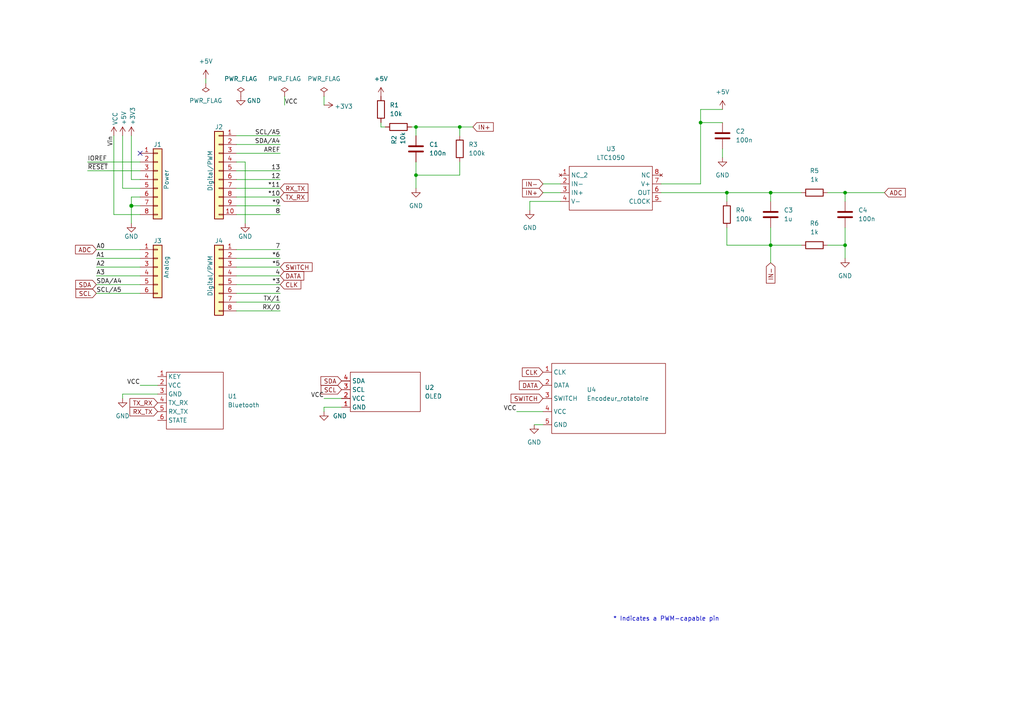
<source format=kicad_sch>
(kicad_sch (version 20211123) (generator eeschema)

  (uuid e63e39d7-6ac0-4ffd-8aa3-1841a4541b55)

  (paper "A4")

  (title_block
    (date "mar. 31 mars 2015")
  )

  (lib_symbols
    (symbol "Connector_Generic:Conn_01x06" (pin_names (offset 1.016) hide) (in_bom yes) (on_board yes)
      (property "Reference" "J" (id 0) (at 0 7.62 0)
        (effects (font (size 1.27 1.27)))
      )
      (property "Value" "Conn_01x06" (id 1) (at 0 -10.16 0)
        (effects (font (size 1.27 1.27)))
      )
      (property "Footprint" "" (id 2) (at 0 0 0)
        (effects (font (size 1.27 1.27)) hide)
      )
      (property "Datasheet" "~" (id 3) (at 0 0 0)
        (effects (font (size 1.27 1.27)) hide)
      )
      (property "ki_keywords" "connector" (id 4) (at 0 0 0)
        (effects (font (size 1.27 1.27)) hide)
      )
      (property "ki_description" "Generic connector, single row, 01x06, script generated (kicad-library-utils/schlib/autogen/connector/)" (id 5) (at 0 0 0)
        (effects (font (size 1.27 1.27)) hide)
      )
      (property "ki_fp_filters" "Connector*:*_1x??_*" (id 6) (at 0 0 0)
        (effects (font (size 1.27 1.27)) hide)
      )
      (symbol "Conn_01x06_1_1"
        (rectangle (start -1.27 -7.493) (end 0 -7.747)
          (stroke (width 0.1524) (type default) (color 0 0 0 0))
          (fill (type none))
        )
        (rectangle (start -1.27 -4.953) (end 0 -5.207)
          (stroke (width 0.1524) (type default) (color 0 0 0 0))
          (fill (type none))
        )
        (rectangle (start -1.27 -2.413) (end 0 -2.667)
          (stroke (width 0.1524) (type default) (color 0 0 0 0))
          (fill (type none))
        )
        (rectangle (start -1.27 0.127) (end 0 -0.127)
          (stroke (width 0.1524) (type default) (color 0 0 0 0))
          (fill (type none))
        )
        (rectangle (start -1.27 2.667) (end 0 2.413)
          (stroke (width 0.1524) (type default) (color 0 0 0 0))
          (fill (type none))
        )
        (rectangle (start -1.27 5.207) (end 0 4.953)
          (stroke (width 0.1524) (type default) (color 0 0 0 0))
          (fill (type none))
        )
        (rectangle (start -1.27 6.35) (end 1.27 -8.89)
          (stroke (width 0.254) (type default) (color 0 0 0 0))
          (fill (type background))
        )
        (pin passive line (at -5.08 5.08 0) (length 3.81)
          (name "Pin_1" (effects (font (size 1.27 1.27))))
          (number "1" (effects (font (size 1.27 1.27))))
        )
        (pin passive line (at -5.08 2.54 0) (length 3.81)
          (name "Pin_2" (effects (font (size 1.27 1.27))))
          (number "2" (effects (font (size 1.27 1.27))))
        )
        (pin passive line (at -5.08 0 0) (length 3.81)
          (name "Pin_3" (effects (font (size 1.27 1.27))))
          (number "3" (effects (font (size 1.27 1.27))))
        )
        (pin passive line (at -5.08 -2.54 0) (length 3.81)
          (name "Pin_4" (effects (font (size 1.27 1.27))))
          (number "4" (effects (font (size 1.27 1.27))))
        )
        (pin passive line (at -5.08 -5.08 0) (length 3.81)
          (name "Pin_5" (effects (font (size 1.27 1.27))))
          (number "5" (effects (font (size 1.27 1.27))))
        )
        (pin passive line (at -5.08 -7.62 0) (length 3.81)
          (name "Pin_6" (effects (font (size 1.27 1.27))))
          (number "6" (effects (font (size 1.27 1.27))))
        )
      )
    )
    (symbol "Connector_Generic:Conn_01x08" (pin_names (offset 1.016) hide) (in_bom yes) (on_board yes)
      (property "Reference" "J" (id 0) (at 0 10.16 0)
        (effects (font (size 1.27 1.27)))
      )
      (property "Value" "Conn_01x08" (id 1) (at 0 -12.7 0)
        (effects (font (size 1.27 1.27)))
      )
      (property "Footprint" "" (id 2) (at 0 0 0)
        (effects (font (size 1.27 1.27)) hide)
      )
      (property "Datasheet" "~" (id 3) (at 0 0 0)
        (effects (font (size 1.27 1.27)) hide)
      )
      (property "ki_keywords" "connector" (id 4) (at 0 0 0)
        (effects (font (size 1.27 1.27)) hide)
      )
      (property "ki_description" "Generic connector, single row, 01x08, script generated (kicad-library-utils/schlib/autogen/connector/)" (id 5) (at 0 0 0)
        (effects (font (size 1.27 1.27)) hide)
      )
      (property "ki_fp_filters" "Connector*:*_1x??_*" (id 6) (at 0 0 0)
        (effects (font (size 1.27 1.27)) hide)
      )
      (symbol "Conn_01x08_1_1"
        (rectangle (start -1.27 -10.033) (end 0 -10.287)
          (stroke (width 0.1524) (type default) (color 0 0 0 0))
          (fill (type none))
        )
        (rectangle (start -1.27 -7.493) (end 0 -7.747)
          (stroke (width 0.1524) (type default) (color 0 0 0 0))
          (fill (type none))
        )
        (rectangle (start -1.27 -4.953) (end 0 -5.207)
          (stroke (width 0.1524) (type default) (color 0 0 0 0))
          (fill (type none))
        )
        (rectangle (start -1.27 -2.413) (end 0 -2.667)
          (stroke (width 0.1524) (type default) (color 0 0 0 0))
          (fill (type none))
        )
        (rectangle (start -1.27 0.127) (end 0 -0.127)
          (stroke (width 0.1524) (type default) (color 0 0 0 0))
          (fill (type none))
        )
        (rectangle (start -1.27 2.667) (end 0 2.413)
          (stroke (width 0.1524) (type default) (color 0 0 0 0))
          (fill (type none))
        )
        (rectangle (start -1.27 5.207) (end 0 4.953)
          (stroke (width 0.1524) (type default) (color 0 0 0 0))
          (fill (type none))
        )
        (rectangle (start -1.27 7.747) (end 0 7.493)
          (stroke (width 0.1524) (type default) (color 0 0 0 0))
          (fill (type none))
        )
        (rectangle (start -1.27 8.89) (end 1.27 -11.43)
          (stroke (width 0.254) (type default) (color 0 0 0 0))
          (fill (type background))
        )
        (pin passive line (at -5.08 7.62 0) (length 3.81)
          (name "Pin_1" (effects (font (size 1.27 1.27))))
          (number "1" (effects (font (size 1.27 1.27))))
        )
        (pin passive line (at -5.08 5.08 0) (length 3.81)
          (name "Pin_2" (effects (font (size 1.27 1.27))))
          (number "2" (effects (font (size 1.27 1.27))))
        )
        (pin passive line (at -5.08 2.54 0) (length 3.81)
          (name "Pin_3" (effects (font (size 1.27 1.27))))
          (number "3" (effects (font (size 1.27 1.27))))
        )
        (pin passive line (at -5.08 0 0) (length 3.81)
          (name "Pin_4" (effects (font (size 1.27 1.27))))
          (number "4" (effects (font (size 1.27 1.27))))
        )
        (pin passive line (at -5.08 -2.54 0) (length 3.81)
          (name "Pin_5" (effects (font (size 1.27 1.27))))
          (number "5" (effects (font (size 1.27 1.27))))
        )
        (pin passive line (at -5.08 -5.08 0) (length 3.81)
          (name "Pin_6" (effects (font (size 1.27 1.27))))
          (number "6" (effects (font (size 1.27 1.27))))
        )
        (pin passive line (at -5.08 -7.62 0) (length 3.81)
          (name "Pin_7" (effects (font (size 1.27 1.27))))
          (number "7" (effects (font (size 1.27 1.27))))
        )
        (pin passive line (at -5.08 -10.16 0) (length 3.81)
          (name "Pin_8" (effects (font (size 1.27 1.27))))
          (number "8" (effects (font (size 1.27 1.27))))
        )
      )
    )
    (symbol "Connector_Generic:Conn_01x10" (pin_names (offset 1.016) hide) (in_bom yes) (on_board yes)
      (property "Reference" "J" (id 0) (at 0 12.7 0)
        (effects (font (size 1.27 1.27)))
      )
      (property "Value" "Conn_01x10" (id 1) (at 0 -15.24 0)
        (effects (font (size 1.27 1.27)))
      )
      (property "Footprint" "" (id 2) (at 0 0 0)
        (effects (font (size 1.27 1.27)) hide)
      )
      (property "Datasheet" "~" (id 3) (at 0 0 0)
        (effects (font (size 1.27 1.27)) hide)
      )
      (property "ki_keywords" "connector" (id 4) (at 0 0 0)
        (effects (font (size 1.27 1.27)) hide)
      )
      (property "ki_description" "Generic connector, single row, 01x10, script generated (kicad-library-utils/schlib/autogen/connector/)" (id 5) (at 0 0 0)
        (effects (font (size 1.27 1.27)) hide)
      )
      (property "ki_fp_filters" "Connector*:*_1x??_*" (id 6) (at 0 0 0)
        (effects (font (size 1.27 1.27)) hide)
      )
      (symbol "Conn_01x10_1_1"
        (rectangle (start -1.27 -12.573) (end 0 -12.827)
          (stroke (width 0.1524) (type default) (color 0 0 0 0))
          (fill (type none))
        )
        (rectangle (start -1.27 -10.033) (end 0 -10.287)
          (stroke (width 0.1524) (type default) (color 0 0 0 0))
          (fill (type none))
        )
        (rectangle (start -1.27 -7.493) (end 0 -7.747)
          (stroke (width 0.1524) (type default) (color 0 0 0 0))
          (fill (type none))
        )
        (rectangle (start -1.27 -4.953) (end 0 -5.207)
          (stroke (width 0.1524) (type default) (color 0 0 0 0))
          (fill (type none))
        )
        (rectangle (start -1.27 -2.413) (end 0 -2.667)
          (stroke (width 0.1524) (type default) (color 0 0 0 0))
          (fill (type none))
        )
        (rectangle (start -1.27 0.127) (end 0 -0.127)
          (stroke (width 0.1524) (type default) (color 0 0 0 0))
          (fill (type none))
        )
        (rectangle (start -1.27 2.667) (end 0 2.413)
          (stroke (width 0.1524) (type default) (color 0 0 0 0))
          (fill (type none))
        )
        (rectangle (start -1.27 5.207) (end 0 4.953)
          (stroke (width 0.1524) (type default) (color 0 0 0 0))
          (fill (type none))
        )
        (rectangle (start -1.27 7.747) (end 0 7.493)
          (stroke (width 0.1524) (type default) (color 0 0 0 0))
          (fill (type none))
        )
        (rectangle (start -1.27 10.287) (end 0 10.033)
          (stroke (width 0.1524) (type default) (color 0 0 0 0))
          (fill (type none))
        )
        (rectangle (start -1.27 11.43) (end 1.27 -13.97)
          (stroke (width 0.254) (type default) (color 0 0 0 0))
          (fill (type background))
        )
        (pin passive line (at -5.08 10.16 0) (length 3.81)
          (name "Pin_1" (effects (font (size 1.27 1.27))))
          (number "1" (effects (font (size 1.27 1.27))))
        )
        (pin passive line (at -5.08 -12.7 0) (length 3.81)
          (name "Pin_10" (effects (font (size 1.27 1.27))))
          (number "10" (effects (font (size 1.27 1.27))))
        )
        (pin passive line (at -5.08 7.62 0) (length 3.81)
          (name "Pin_2" (effects (font (size 1.27 1.27))))
          (number "2" (effects (font (size 1.27 1.27))))
        )
        (pin passive line (at -5.08 5.08 0) (length 3.81)
          (name "Pin_3" (effects (font (size 1.27 1.27))))
          (number "3" (effects (font (size 1.27 1.27))))
        )
        (pin passive line (at -5.08 2.54 0) (length 3.81)
          (name "Pin_4" (effects (font (size 1.27 1.27))))
          (number "4" (effects (font (size 1.27 1.27))))
        )
        (pin passive line (at -5.08 0 0) (length 3.81)
          (name "Pin_5" (effects (font (size 1.27 1.27))))
          (number "5" (effects (font (size 1.27 1.27))))
        )
        (pin passive line (at -5.08 -2.54 0) (length 3.81)
          (name "Pin_6" (effects (font (size 1.27 1.27))))
          (number "6" (effects (font (size 1.27 1.27))))
        )
        (pin passive line (at -5.08 -5.08 0) (length 3.81)
          (name "Pin_7" (effects (font (size 1.27 1.27))))
          (number "7" (effects (font (size 1.27 1.27))))
        )
        (pin passive line (at -5.08 -7.62 0) (length 3.81)
          (name "Pin_8" (effects (font (size 1.27 1.27))))
          (number "8" (effects (font (size 1.27 1.27))))
        )
        (pin passive line (at -5.08 -10.16 0) (length 3.81)
          (name "Pin_9" (effects (font (size 1.27 1.27))))
          (number "9" (effects (font (size 1.27 1.27))))
        )
      )
    )
    (symbol "Device:C" (pin_numbers hide) (pin_names (offset 0.254)) (in_bom yes) (on_board yes)
      (property "Reference" "C" (id 0) (at 0.635 2.54 0)
        (effects (font (size 1.27 1.27)) (justify left))
      )
      (property "Value" "C" (id 1) (at 0.635 -2.54 0)
        (effects (font (size 1.27 1.27)) (justify left))
      )
      (property "Footprint" "" (id 2) (at 0.9652 -3.81 0)
        (effects (font (size 1.27 1.27)) hide)
      )
      (property "Datasheet" "~" (id 3) (at 0 0 0)
        (effects (font (size 1.27 1.27)) hide)
      )
      (property "ki_keywords" "cap capacitor" (id 4) (at 0 0 0)
        (effects (font (size 1.27 1.27)) hide)
      )
      (property "ki_description" "Unpolarized capacitor" (id 5) (at 0 0 0)
        (effects (font (size 1.27 1.27)) hide)
      )
      (property "ki_fp_filters" "C_*" (id 6) (at 0 0 0)
        (effects (font (size 1.27 1.27)) hide)
      )
      (symbol "C_0_1"
        (polyline
          (pts
            (xy -2.032 -0.762)
            (xy 2.032 -0.762)
          )
          (stroke (width 0.508) (type default) (color 0 0 0 0))
          (fill (type none))
        )
        (polyline
          (pts
            (xy -2.032 0.762)
            (xy 2.032 0.762)
          )
          (stroke (width 0.508) (type default) (color 0 0 0 0))
          (fill (type none))
        )
      )
      (symbol "C_1_1"
        (pin passive line (at 0 3.81 270) (length 2.794)
          (name "~" (effects (font (size 1.27 1.27))))
          (number "1" (effects (font (size 1.27 1.27))))
        )
        (pin passive line (at 0 -3.81 90) (length 2.794)
          (name "~" (effects (font (size 1.27 1.27))))
          (number "2" (effects (font (size 1.27 1.27))))
        )
      )
    )
    (symbol "Device:R" (pin_numbers hide) (pin_names (offset 0)) (in_bom yes) (on_board yes)
      (property "Reference" "R" (id 0) (at 2.032 0 90)
        (effects (font (size 1.27 1.27)))
      )
      (property "Value" "R" (id 1) (at 0 0 90)
        (effects (font (size 1.27 1.27)))
      )
      (property "Footprint" "" (id 2) (at -1.778 0 90)
        (effects (font (size 1.27 1.27)) hide)
      )
      (property "Datasheet" "~" (id 3) (at 0 0 0)
        (effects (font (size 1.27 1.27)) hide)
      )
      (property "ki_keywords" "R res resistor" (id 4) (at 0 0 0)
        (effects (font (size 1.27 1.27)) hide)
      )
      (property "ki_description" "Resistor" (id 5) (at 0 0 0)
        (effects (font (size 1.27 1.27)) hide)
      )
      (property "ki_fp_filters" "R_*" (id 6) (at 0 0 0)
        (effects (font (size 1.27 1.27)) hide)
      )
      (symbol "R_0_1"
        (rectangle (start -1.016 -2.54) (end 1.016 2.54)
          (stroke (width 0.254) (type default) (color 0 0 0 0))
          (fill (type none))
        )
      )
      (symbol "R_1_1"
        (pin passive line (at 0 3.81 270) (length 1.27)
          (name "~" (effects (font (size 1.27 1.27))))
          (number "1" (effects (font (size 1.27 1.27))))
        )
        (pin passive line (at 0 -3.81 90) (length 1.27)
          (name "~" (effects (font (size 1.27 1.27))))
          (number "2" (effects (font (size 1.27 1.27))))
        )
      )
    )
    (symbol "GND_1" (power) (pin_names (offset 0)) (in_bom yes) (on_board yes)
      (property "Reference" "#PWR" (id 0) (at 0 -6.35 0)
        (effects (font (size 1.27 1.27)) hide)
      )
      (property "Value" "GND_1" (id 1) (at 0 -3.81 0)
        (effects (font (size 1.27 1.27)))
      )
      (property "Footprint" "" (id 2) (at 0 0 0)
        (effects (font (size 1.27 1.27)) hide)
      )
      (property "Datasheet" "" (id 3) (at 0 0 0)
        (effects (font (size 1.27 1.27)) hide)
      )
      (property "ki_keywords" "global power" (id 4) (at 0 0 0)
        (effects (font (size 1.27 1.27)) hide)
      )
      (property "ki_description" "Power symbol creates a global label with name \"GND\" , ground" (id 5) (at 0 0 0)
        (effects (font (size 1.27 1.27)) hide)
      )
      (symbol "GND_1_0_1"
        (polyline
          (pts
            (xy 0 0)
            (xy 0 -1.27)
            (xy 1.27 -1.27)
            (xy 0 -2.54)
            (xy -1.27 -1.27)
            (xy 0 -1.27)
          )
          (stroke (width 0) (type default) (color 0 0 0 0))
          (fill (type none))
        )
      )
      (symbol "GND_1_1_1"
        (pin power_in line (at 0 0 270) (length 0) hide
          (name "GND" (effects (font (size 1.27 1.27))))
          (number "1" (effects (font (size 1.27 1.27))))
        )
      )
    )
    (symbol "GND_2" (power) (pin_names (offset 0)) (in_bom yes) (on_board yes)
      (property "Reference" "#PWR" (id 0) (at 0 -6.35 0)
        (effects (font (size 1.27 1.27)) hide)
      )
      (property "Value" "GND_2" (id 1) (at 0 -3.81 0)
        (effects (font (size 1.27 1.27)))
      )
      (property "Footprint" "" (id 2) (at 0 0 0)
        (effects (font (size 1.27 1.27)) hide)
      )
      (property "Datasheet" "" (id 3) (at 0 0 0)
        (effects (font (size 1.27 1.27)) hide)
      )
      (property "ki_keywords" "global power" (id 4) (at 0 0 0)
        (effects (font (size 1.27 1.27)) hide)
      )
      (property "ki_description" "Power symbol creates a global label with name \"GND\" , ground" (id 5) (at 0 0 0)
        (effects (font (size 1.27 1.27)) hide)
      )
      (symbol "GND_2_0_1"
        (polyline
          (pts
            (xy 0 0)
            (xy 0 -1.27)
            (xy 1.27 -1.27)
            (xy 0 -2.54)
            (xy -1.27 -1.27)
            (xy 0 -1.27)
          )
          (stroke (width 0) (type default) (color 0 0 0 0))
          (fill (type none))
        )
      )
      (symbol "GND_2_1_1"
        (pin power_in line (at 0 0 270) (length 0) hide
          (name "GND" (effects (font (size 1.27 1.27))))
          (number "1" (effects (font (size 1.27 1.27))))
        )
      )
    )
    (symbol "Shield_Library:Bluetooth" (in_bom yes) (on_board yes)
      (property "Reference" "U" (id 0) (at 6.35 -7.62 0)
        (effects (font (size 1.27 1.27)))
      )
      (property "Value" "Bluetooth" (id 1) (at 3.81 -11.43 0)
        (effects (font (size 1.27 1.27)))
      )
      (property "Footprint" "" (id 2) (at 0 0 0)
        (effects (font (size 1.27 1.27)) hide)
      )
      (property "Datasheet" "" (id 3) (at 0 0 0)
        (effects (font (size 1.27 1.27)) hide)
      )
      (symbol "Bluetooth_0_1"
        (rectangle (start -7.62 1.27) (end 8.89 -15.24)
          (stroke (width 0) (type default) (color 0 0 0 0))
          (fill (type none))
        )
      )
      (symbol "Bluetooth_1_1"
        (pin input line (at -10.16 0 0) (length 2.54)
          (name "KEY" (effects (font (size 1.27 1.27))))
          (number "1" (effects (font (size 1.27 1.27))))
        )
        (pin input line (at -10.16 -2.54 0) (length 2.54)
          (name "VCC" (effects (font (size 1.27 1.27))))
          (number "2" (effects (font (size 1.27 1.27))))
        )
        (pin unspecified line (at -10.16 -5.08 0) (length 2.54)
          (name "GND" (effects (font (size 1.27 1.27))))
          (number "3" (effects (font (size 1.27 1.27))))
        )
        (pin input line (at -10.16 -7.62 0) (length 2.54)
          (name "TX_RX" (effects (font (size 1.27 1.27))))
          (number "4" (effects (font (size 1.27 1.27))))
        )
        (pin input line (at -10.16 -10.16 0) (length 2.54)
          (name "RX_TX" (effects (font (size 1.27 1.27))))
          (number "5" (effects (font (size 1.27 1.27))))
        )
        (pin input line (at -10.16 -12.7 0) (length 2.54)
          (name "STATE" (effects (font (size 1.27 1.27))))
          (number "6" (effects (font (size 1.27 1.27))))
        )
      )
    )
    (symbol "Shield_Library:Encodeur_rotatoire" (in_bom yes) (on_board yes)
      (property "Reference" "U?" (id 0) (at -11.43 -11.4299 0)
        (effects (font (size 1.27 1.27)) (justify left))
      )
      (property "Value" "Encodeur_rotatoire" (id 1) (at -11.43 -13.9699 0)
        (effects (font (size 1.27 1.27)) (justify left))
      )
      (property "Footprint" "Kicad_capteur:KY_040" (id 2) (at 0 0 0)
        (effects (font (size 1.27 1.27)) hide)
      )
      (property "Datasheet" "" (id 3) (at 0 0 0)
        (effects (font (size 1.27 1.27)) hide)
      )
      (symbol "Encodeur_rotatoire_0_1"
        (rectangle (start -21.59 -3.81) (end 11.43 -24.13)
          (stroke (width 0) (type default) (color 0 0 0 0))
          (fill (type none))
        )
      )
      (symbol "Encodeur_rotatoire_1_1"
        (pin input line (at -24.13 -6.35 0) (length 2.54)
          (name "CLK" (effects (font (size 1.27 1.27))))
          (number "1" (effects (font (size 1.27 1.27))))
        )
        (pin input line (at -24.13 -10.16 0) (length 2.54)
          (name "DATA" (effects (font (size 1.27 1.27))))
          (number "2" (effects (font (size 1.27 1.27))))
        )
        (pin input line (at -24.13 -13.97 0) (length 2.54)
          (name "SWITCH" (effects (font (size 1.27 1.27))))
          (number "3" (effects (font (size 1.27 1.27))))
        )
        (pin input line (at -24.13 -17.78 0) (length 2.54)
          (name "VCC" (effects (font (size 1.27 1.27))))
          (number "4" (effects (font (size 1.27 1.27))))
        )
        (pin unspecified line (at -24.13 -21.59 0) (length 2.54)
          (name "GND" (effects (font (size 1.27 1.27))))
          (number "5" (effects (font (size 1.27 1.27))))
        )
      )
    )
    (symbol "Shield_Library:LTC1050" (in_bom yes) (on_board yes)
      (property "Reference" "U" (id 0) (at 0 0 0)
        (effects (font (size 1.27 1.27)))
      )
      (property "Value" "LTC1050" (id 1) (at 0 0 0)
        (effects (font (size 1.27 1.27)))
      )
      (property "Footprint" "" (id 2) (at 0 0 0)
        (effects (font (size 1.27 1.27)) hide)
      )
      (property "Datasheet" "" (id 3) (at 0 0 0)
        (effects (font (size 1.27 1.27)) hide)
      )
      (symbol "LTC1050_0_1"
        (rectangle (start -7.62 -2.54) (end 16.51 -15.24)
          (stroke (width 0) (type default) (color 0 0 0 0))
          (fill (type none))
        )
      )
      (symbol "LTC1050_1_1"
        (pin no_connect line (at -10.16 -5.08 0) (length 2.54)
          (name "NC_2" (effects (font (size 1.27 1.27))))
          (number "1" (effects (font (size 1.27 1.27))))
        )
        (pin input line (at -10.16 -7.62 0) (length 2.54)
          (name "IN-" (effects (font (size 1.27 1.27))))
          (number "2" (effects (font (size 1.27 1.27))))
        )
        (pin input line (at -10.16 -10.16 0) (length 2.54)
          (name "IN+" (effects (font (size 1.27 1.27))))
          (number "3" (effects (font (size 1.27 1.27))))
        )
        (pin input line (at -10.16 -12.7 0) (length 2.54)
          (name "V-" (effects (font (size 1.27 1.27))))
          (number "4" (effects (font (size 1.27 1.27))))
        )
        (pin input line (at 19.05 -12.7 180) (length 2.54)
          (name "CLOCK" (effects (font (size 1.27 1.27))))
          (number "5" (effects (font (size 1.27 1.27))))
        )
        (pin output line (at 19.05 -10.16 180) (length 2.54)
          (name "OUT" (effects (font (size 1.27 1.27))))
          (number "6" (effects (font (size 1.27 1.27))))
        )
        (pin input line (at 19.05 -7.62 180) (length 2.54)
          (name "V+" (effects (font (size 1.27 1.27))))
          (number "7" (effects (font (size 1.27 1.27))))
        )
        (pin no_connect line (at 19.05 -5.08 180) (length 2.54)
          (name "NC" (effects (font (size 1.27 1.27))))
          (number "8" (effects (font (size 1.27 1.27))))
        )
      )
    )
    (symbol "Shield_Library:OLED" (in_bom yes) (on_board yes)
      (property "Reference" "U2" (id 0) (at 11.43 -11.43 0)
        (effects (font (size 1.27 1.27)))
      )
      (property "Value" "OLED" (id 1) (at 10.16 -8.89 0)
        (effects (font (size 1.27 1.27)))
      )
      (property "Footprint" "" (id 2) (at 0 0 0)
        (effects (font (size 1.27 1.27)) hide)
      )
      (property "Datasheet" "" (id 3) (at 0 0 0)
        (effects (font (size 1.27 1.27)) hide)
      )
      (symbol "OLED_0_1"
        (rectangle (start -5.08 -3.81) (end 15.24 -15.24)
          (stroke (width 0) (type default) (color 0 0 0 0))
          (fill (type none))
        )
      )
      (symbol "OLED_1_1"
        (pin unspecified line (at -7.62 -13.97 0) (length 2.54)
          (name "GND" (effects (font (size 1.27 1.27))))
          (number "1" (effects (font (size 1.27 1.27))))
        )
        (pin input line (at -7.62 -11.43 0) (length 2.54)
          (name "VCC" (effects (font (size 1.27 1.27))))
          (number "2" (effects (font (size 1.27 1.27))))
        )
        (pin input line (at -7.62 -8.89 0) (length 2.54)
          (name "SCL" (effects (font (size 1.27 1.27))))
          (number "3" (effects (font (size 1.27 1.27))))
        )
        (pin input line (at -7.62 -6.35 0) (length 2.54)
          (name "SDA" (effects (font (size 1.27 1.27))))
          (number "4" (effects (font (size 1.27 1.27))))
        )
      )
    )
    (symbol "power:+3V3" (power) (pin_names (offset 0)) (in_bom yes) (on_board yes)
      (property "Reference" "#PWR" (id 0) (at 0 -3.81 0)
        (effects (font (size 1.27 1.27)) hide)
      )
      (property "Value" "+3V3" (id 1) (at 0 3.556 0)
        (effects (font (size 1.27 1.27)))
      )
      (property "Footprint" "" (id 2) (at 0 0 0)
        (effects (font (size 1.27 1.27)) hide)
      )
      (property "Datasheet" "" (id 3) (at 0 0 0)
        (effects (font (size 1.27 1.27)) hide)
      )
      (property "ki_keywords" "power-flag" (id 4) (at 0 0 0)
        (effects (font (size 1.27 1.27)) hide)
      )
      (property "ki_description" "Power symbol creates a global label with name \"+3V3\"" (id 5) (at 0 0 0)
        (effects (font (size 1.27 1.27)) hide)
      )
      (symbol "+3V3_0_1"
        (polyline
          (pts
            (xy -0.762 1.27)
            (xy 0 2.54)
          )
          (stroke (width 0) (type default) (color 0 0 0 0))
          (fill (type none))
        )
        (polyline
          (pts
            (xy 0 0)
            (xy 0 2.54)
          )
          (stroke (width 0) (type default) (color 0 0 0 0))
          (fill (type none))
        )
        (polyline
          (pts
            (xy 0 2.54)
            (xy 0.762 1.27)
          )
          (stroke (width 0) (type default) (color 0 0 0 0))
          (fill (type none))
        )
      )
      (symbol "+3V3_1_1"
        (pin power_in line (at 0 0 90) (length 0) hide
          (name "+3V3" (effects (font (size 1.27 1.27))))
          (number "1" (effects (font (size 1.27 1.27))))
        )
      )
    )
    (symbol "power:+5V" (power) (pin_names (offset 0)) (in_bom yes) (on_board yes)
      (property "Reference" "#PWR" (id 0) (at 0 -3.81 0)
        (effects (font (size 1.27 1.27)) hide)
      )
      (property "Value" "+5V" (id 1) (at 0 3.556 0)
        (effects (font (size 1.27 1.27)))
      )
      (property "Footprint" "" (id 2) (at 0 0 0)
        (effects (font (size 1.27 1.27)) hide)
      )
      (property "Datasheet" "" (id 3) (at 0 0 0)
        (effects (font (size 1.27 1.27)) hide)
      )
      (property "ki_keywords" "power-flag" (id 4) (at 0 0 0)
        (effects (font (size 1.27 1.27)) hide)
      )
      (property "ki_description" "Power symbol creates a global label with name \"+5V\"" (id 5) (at 0 0 0)
        (effects (font (size 1.27 1.27)) hide)
      )
      (symbol "+5V_0_1"
        (polyline
          (pts
            (xy -0.762 1.27)
            (xy 0 2.54)
          )
          (stroke (width 0) (type default) (color 0 0 0 0))
          (fill (type none))
        )
        (polyline
          (pts
            (xy 0 0)
            (xy 0 2.54)
          )
          (stroke (width 0) (type default) (color 0 0 0 0))
          (fill (type none))
        )
        (polyline
          (pts
            (xy 0 2.54)
            (xy 0.762 1.27)
          )
          (stroke (width 0) (type default) (color 0 0 0 0))
          (fill (type none))
        )
      )
      (symbol "+5V_1_1"
        (pin power_in line (at 0 0 90) (length 0) hide
          (name "+5V" (effects (font (size 1.27 1.27))))
          (number "1" (effects (font (size 1.27 1.27))))
        )
      )
    )
    (symbol "power:GND" (power) (pin_names (offset 0)) (in_bom yes) (on_board yes)
      (property "Reference" "#PWR" (id 0) (at 0 -6.35 0)
        (effects (font (size 1.27 1.27)) hide)
      )
      (property "Value" "GND" (id 1) (at 0 -3.81 0)
        (effects (font (size 1.27 1.27)))
      )
      (property "Footprint" "" (id 2) (at 0 0 0)
        (effects (font (size 1.27 1.27)) hide)
      )
      (property "Datasheet" "" (id 3) (at 0 0 0)
        (effects (font (size 1.27 1.27)) hide)
      )
      (property "ki_keywords" "power-flag" (id 4) (at 0 0 0)
        (effects (font (size 1.27 1.27)) hide)
      )
      (property "ki_description" "Power symbol creates a global label with name \"GND\" , ground" (id 5) (at 0 0 0)
        (effects (font (size 1.27 1.27)) hide)
      )
      (symbol "GND_0_1"
        (polyline
          (pts
            (xy 0 0)
            (xy 0 -1.27)
            (xy 1.27 -1.27)
            (xy 0 -2.54)
            (xy -1.27 -1.27)
            (xy 0 -1.27)
          )
          (stroke (width 0) (type default) (color 0 0 0 0))
          (fill (type none))
        )
      )
      (symbol "GND_1_1"
        (pin power_in line (at 0 0 270) (length 0) hide
          (name "GND" (effects (font (size 1.27 1.27))))
          (number "1" (effects (font (size 1.27 1.27))))
        )
      )
    )
    (symbol "power:PWR_FLAG" (power) (pin_numbers hide) (pin_names (offset 0) hide) (in_bom yes) (on_board yes)
      (property "Reference" "#FLG" (id 0) (at 0 1.905 0)
        (effects (font (size 1.27 1.27)) hide)
      )
      (property "Value" "PWR_FLAG" (id 1) (at 0 3.81 0)
        (effects (font (size 1.27 1.27)))
      )
      (property "Footprint" "" (id 2) (at 0 0 0)
        (effects (font (size 1.27 1.27)) hide)
      )
      (property "Datasheet" "~" (id 3) (at 0 0 0)
        (effects (font (size 1.27 1.27)) hide)
      )
      (property "ki_keywords" "flag power" (id 4) (at 0 0 0)
        (effects (font (size 1.27 1.27)) hide)
      )
      (property "ki_description" "Special symbol for telling ERC where power comes from" (id 5) (at 0 0 0)
        (effects (font (size 1.27 1.27)) hide)
      )
      (symbol "PWR_FLAG_0_0"
        (pin power_out line (at 0 0 90) (length 0)
          (name "pwr" (effects (font (size 1.27 1.27))))
          (number "1" (effects (font (size 1.27 1.27))))
        )
      )
      (symbol "PWR_FLAG_0_1"
        (polyline
          (pts
            (xy 0 0)
            (xy 0 1.27)
            (xy -1.016 1.905)
            (xy 0 2.54)
            (xy 1.016 1.905)
            (xy 0 1.27)
          )
          (stroke (width 0) (type default) (color 0 0 0 0))
          (fill (type none))
        )
      )
    )
    (symbol "power:VCC" (power) (pin_names (offset 0)) (in_bom yes) (on_board yes)
      (property "Reference" "#PWR" (id 0) (at 0 -3.81 0)
        (effects (font (size 1.27 1.27)) hide)
      )
      (property "Value" "VCC" (id 1) (at 0 3.81 0)
        (effects (font (size 1.27 1.27)))
      )
      (property "Footprint" "" (id 2) (at 0 0 0)
        (effects (font (size 1.27 1.27)) hide)
      )
      (property "Datasheet" "" (id 3) (at 0 0 0)
        (effects (font (size 1.27 1.27)) hide)
      )
      (property "ki_keywords" "power-flag" (id 4) (at 0 0 0)
        (effects (font (size 1.27 1.27)) hide)
      )
      (property "ki_description" "Power symbol creates a global label with name \"VCC\"" (id 5) (at 0 0 0)
        (effects (font (size 1.27 1.27)) hide)
      )
      (symbol "VCC_0_1"
        (polyline
          (pts
            (xy -0.762 1.27)
            (xy 0 2.54)
          )
          (stroke (width 0) (type default) (color 0 0 0 0))
          (fill (type none))
        )
        (polyline
          (pts
            (xy 0 0)
            (xy 0 2.54)
          )
          (stroke (width 0) (type default) (color 0 0 0 0))
          (fill (type none))
        )
        (polyline
          (pts
            (xy 0 2.54)
            (xy 0.762 1.27)
          )
          (stroke (width 0) (type default) (color 0 0 0 0))
          (fill (type none))
        )
      )
      (symbol "VCC_1_1"
        (pin power_in line (at 0 0 90) (length 0) hide
          (name "VCC" (effects (font (size 1.27 1.27))))
          (number "1" (effects (font (size 1.27 1.27))))
        )
      )
    )
  )

  (junction (at 120.65 50.8) (diameter 0) (color 0 0 0 0)
    (uuid 3c7097a4-6d73-4151-95a8-ef5a5841683d)
  )
  (junction (at 38.1 59.69) (diameter 1.016) (color 0 0 0 0)
    (uuid 3dcc657b-55a1-48e0-9667-e01e7b6b08b5)
  )
  (junction (at 120.65 36.83) (diameter 0) (color 0 0 0 0)
    (uuid 499eff28-e002-46f7-adb0-487f9ac6bd74)
  )
  (junction (at 133.35 36.83) (diameter 0) (color 0 0 0 0)
    (uuid 4a96331b-bb86-4e64-b356-5b3845485689)
  )
  (junction (at 223.52 71.12) (diameter 0) (color 0 0 0 0)
    (uuid 71120c8a-4876-4a78-9ff1-b11ca6d6035f)
  )
  (junction (at 223.52 55.88) (diameter 0) (color 0 0 0 0)
    (uuid 8ab882f5-1f2f-401e-9fa3-30c26801e5e8)
  )
  (junction (at 210.82 55.88) (diameter 0) (color 0 0 0 0)
    (uuid 925cfd62-a0a5-4f6a-8c12-306dddefc587)
  )
  (junction (at 245.11 55.88) (diameter 0) (color 0 0 0 0)
    (uuid d29533ca-c034-4333-8a43-9588ea777d28)
  )
  (junction (at 245.11 71.12) (diameter 0) (color 0 0 0 0)
    (uuid dc5f7c4e-c1dd-4fb1-903c-ba3ef861f839)
  )
  (junction (at 203.2 35.56) (diameter 0) (color 0 0 0 0)
    (uuid e96b769b-2403-4cbc-99ba-4df664a07e83)
  )

  (no_connect (at 40.64 44.45) (uuid d181157c-7812-47e5-a0cf-9580c905fc86))

  (wire (pts (xy 68.58 90.17) (xy 81.28 90.17))
    (stroke (width 0) (type solid) (color 0 0 0 0))
    (uuid 010ba307-2067-49d3-b0fa-6414143f3fc2)
  )
  (wire (pts (xy 210.82 55.88) (xy 223.52 55.88))
    (stroke (width 0) (type default) (color 0 0 0 0))
    (uuid 072e009c-18bd-4c3b-bb49-80659c9437fc)
  )
  (wire (pts (xy 68.58 57.15) (xy 81.28 57.15))
    (stroke (width 0) (type solid) (color 0 0 0 0))
    (uuid 09480ba4-37da-45e3-b9fe-6beebf876349)
  )
  (wire (pts (xy 68.58 39.37) (xy 81.28 39.37))
    (stroke (width 0) (type solid) (color 0 0 0 0))
    (uuid 0f5d2189-4ead-42fa-8f7a-cfa3af4de132)
  )
  (wire (pts (xy 119.38 36.83) (xy 120.65 36.83))
    (stroke (width 0) (type default) (color 0 0 0 0))
    (uuid 1260a804-7174-4e87-92f9-f266f0900814)
  )
  (wire (pts (xy 191.77 53.34) (xy 203.2 53.34))
    (stroke (width 0) (type default) (color 0 0 0 0))
    (uuid 163dd968-2e62-48cb-b435-9e654f39a0fe)
  )
  (wire (pts (xy 157.48 53.34) (xy 162.56 53.34))
    (stroke (width 0) (type default) (color 0 0 0 0))
    (uuid 18fe7f8d-b5a5-47cf-a8fa-527b9a20d8da)
  )
  (wire (pts (xy 133.35 50.8) (xy 120.65 50.8))
    (stroke (width 0) (type default) (color 0 0 0 0))
    (uuid 1c2a20b0-5b36-43fd-adfd-4d824a8845e1)
  )
  (wire (pts (xy 38.1 57.15) (xy 38.1 59.69))
    (stroke (width 0) (type solid) (color 0 0 0 0))
    (uuid 1c31b835-925f-4a5c-92df-8f2558bb711b)
  )
  (wire (pts (xy 245.11 55.88) (xy 245.11 58.42))
    (stroke (width 0) (type default) (color 0 0 0 0))
    (uuid 1e5d7910-1225-4c41-b63a-79b999e3cbb5)
  )
  (wire (pts (xy 27.94 85.09) (xy 40.64 85.09))
    (stroke (width 0) (type solid) (color 0 0 0 0))
    (uuid 20854542-d0b0-4be7-af02-0e5fceb34e01)
  )
  (wire (pts (xy 133.35 46.99) (xy 133.35 50.8))
    (stroke (width 0) (type default) (color 0 0 0 0))
    (uuid 26e2f496-9b44-4fbc-88c3-f709b4de8d19)
  )
  (wire (pts (xy 38.1 59.69) (xy 38.1 64.77))
    (stroke (width 0) (type solid) (color 0 0 0 0))
    (uuid 2df788b2-ce68-49bc-a497-4b6570a17f30)
  )
  (wire (pts (xy 38.1 52.07) (xy 40.64 52.07))
    (stroke (width 0) (type solid) (color 0 0 0 0))
    (uuid 3334b11d-5a13-40b4-a117-d693c543e4ab)
  )
  (wire (pts (xy 35.56 54.61) (xy 40.64 54.61))
    (stroke (width 0) (type solid) (color 0 0 0 0))
    (uuid 3661f80c-fef8-4441-83be-df8930b3b45e)
  )
  (wire (pts (xy 82.55 27.94) (xy 82.55 30.48))
    (stroke (width 0) (type default) (color 0 0 0 0))
    (uuid 373f181f-3bc3-4c9d-b83d-3fb73dee3e16)
  )
  (wire (pts (xy 35.56 39.37) (xy 35.56 54.61))
    (stroke (width 0) (type solid) (color 0 0 0 0))
    (uuid 392bf1f6-bf67-427d-8d4c-0a87cb757556)
  )
  (wire (pts (xy 45.72 114.3) (xy 35.56 114.3))
    (stroke (width 0) (type default) (color 0 0 0 0))
    (uuid 3938a9e8-619e-4623-99b2-ee203366d608)
  )
  (wire (pts (xy 68.58 49.53) (xy 81.28 49.53))
    (stroke (width 0) (type solid) (color 0 0 0 0))
    (uuid 4227fa6f-c399-4f14-8228-23e39d2b7e7d)
  )
  (wire (pts (xy 203.2 31.75) (xy 209.55 31.75))
    (stroke (width 0) (type default) (color 0 0 0 0))
    (uuid 427a773d-59f7-4cbe-99df-596faee8434d)
  )
  (wire (pts (xy 38.1 39.37) (xy 38.1 52.07))
    (stroke (width 0) (type solid) (color 0 0 0 0))
    (uuid 442fb4de-4d55-45de-bc27-3e6222ceb890)
  )
  (wire (pts (xy 68.58 72.39) (xy 81.28 72.39))
    (stroke (width 0) (type solid) (color 0 0 0 0))
    (uuid 4455ee2e-5642-42c1-a83b-f7e65fa0c2f1)
  )
  (wire (pts (xy 120.65 50.8) (xy 120.65 54.61))
    (stroke (width 0) (type default) (color 0 0 0 0))
    (uuid 447f61d8-7229-4c4e-b357-b1b2f95a7621)
  )
  (wire (pts (xy 153.67 58.42) (xy 153.67 60.96))
    (stroke (width 0) (type default) (color 0 0 0 0))
    (uuid 44b0af83-52d0-4ebf-821a-49809a16b956)
  )
  (wire (pts (xy 40.64 72.39) (xy 27.94 72.39))
    (stroke (width 0) (type solid) (color 0 0 0 0))
    (uuid 486ca832-85f4-4989-b0f4-569faf9be534)
  )
  (wire (pts (xy 59.69 22.86) (xy 59.69 24.13))
    (stroke (width 0) (type default) (color 0 0 0 0))
    (uuid 4a3bd2d2-9bdf-4251-9704-203a3c70be52)
  )
  (wire (pts (xy 68.58 52.07) (xy 81.28 52.07))
    (stroke (width 0) (type solid) (color 0 0 0 0))
    (uuid 4a910b57-a5cd-4105-ab4f-bde2a80d4f00)
  )
  (wire (pts (xy 68.58 74.93) (xy 81.28 74.93))
    (stroke (width 0) (type solid) (color 0 0 0 0))
    (uuid 4e60e1af-19bd-45a0-b418-b7030b594dde)
  )
  (wire (pts (xy 210.82 71.12) (xy 210.82 66.04))
    (stroke (width 0) (type default) (color 0 0 0 0))
    (uuid 50140d16-ec24-41ec-ac8b-00571ba98485)
  )
  (wire (pts (xy 210.82 55.88) (xy 210.82 58.42))
    (stroke (width 0) (type default) (color 0 0 0 0))
    (uuid 50757a1c-3067-432e-a49d-e5f31b1c38d5)
  )
  (wire (pts (xy 40.64 111.76) (xy 45.72 111.76))
    (stroke (width 0) (type default) (color 0 0 0 0))
    (uuid 5bb3602b-f2f1-4f70-bbec-74545819e94b)
  )
  (wire (pts (xy 110.49 35.56) (xy 110.49 36.83))
    (stroke (width 0) (type default) (color 0 0 0 0))
    (uuid 5d64ef13-0bc1-4d9b-8f34-51cfa07feda0)
  )
  (wire (pts (xy 245.11 66.04) (xy 245.11 71.12))
    (stroke (width 0) (type default) (color 0 0 0 0))
    (uuid 604994a7-ccc7-4e7b-874f-7de1d773f2ef)
  )
  (wire (pts (xy 120.65 46.99) (xy 120.65 50.8))
    (stroke (width 0) (type default) (color 0 0 0 0))
    (uuid 60b44277-ffd4-4e06-8162-4404b37ec05a)
  )
  (wire (pts (xy 203.2 35.56) (xy 203.2 31.75))
    (stroke (width 0) (type default) (color 0 0 0 0))
    (uuid 6371ae1a-4fa0-49d0-97f4-36685024c13c)
  )
  (wire (pts (xy 68.58 59.69) (xy 81.28 59.69))
    (stroke (width 0) (type solid) (color 0 0 0 0))
    (uuid 63f2b71b-521b-4210-bf06-ed65e330fccc)
  )
  (wire (pts (xy 68.58 80.01) (xy 81.28 80.01))
    (stroke (width 0) (type solid) (color 0 0 0 0))
    (uuid 6bb3ea5f-9e60-4add-9d97-244be2cf61d2)
  )
  (wire (pts (xy 245.11 71.12) (xy 245.11 74.93))
    (stroke (width 0) (type default) (color 0 0 0 0))
    (uuid 6f5822c1-a0f1-4331-be19-d250451c5134)
  )
  (wire (pts (xy 157.48 55.88) (xy 162.56 55.88))
    (stroke (width 0) (type default) (color 0 0 0 0))
    (uuid 70beeccb-b953-429c-911c-547245044de8)
  )
  (wire (pts (xy 25.4 46.99) (xy 40.64 46.99))
    (stroke (width 0) (type solid) (color 0 0 0 0))
    (uuid 73d4774c-1387-4550-b580-a1cc0ac89b89)
  )
  (wire (pts (xy 191.77 55.88) (xy 210.82 55.88))
    (stroke (width 0) (type default) (color 0 0 0 0))
    (uuid 743176f2-0727-4064-8e24-567581c32bd0)
  )
  (wire (pts (xy 223.52 71.12) (xy 210.82 71.12))
    (stroke (width 0) (type default) (color 0 0 0 0))
    (uuid 75232e5d-bc5a-4a8e-ad57-5f6f99b456bc)
  )
  (wire (pts (xy 223.52 71.12) (xy 223.52 66.04))
    (stroke (width 0) (type default) (color 0 0 0 0))
    (uuid 786a952f-b87f-4ba2-9153-4c40f52d8433)
  )
  (wire (pts (xy 223.52 55.88) (xy 223.52 58.42))
    (stroke (width 0) (type default) (color 0 0 0 0))
    (uuid 7d707ec8-0661-4fb9-8339-ecb661364114)
  )
  (wire (pts (xy 120.65 36.83) (xy 133.35 36.83))
    (stroke (width 0) (type default) (color 0 0 0 0))
    (uuid 7deb9de4-d8c9-4943-a995-d78753bc6f1c)
  )
  (wire (pts (xy 93.98 27.94) (xy 93.98 30.48))
    (stroke (width 0) (type default) (color 0 0 0 0))
    (uuid 81df84b4-6ed9-4065-80ff-4e81420b62c0)
  )
  (wire (pts (xy 71.12 46.99) (xy 71.12 64.77))
    (stroke (width 0) (type solid) (color 0 0 0 0))
    (uuid 84ce350c-b0c1-4e69-9ab2-f7ec7b8bb312)
  )
  (wire (pts (xy 93.98 118.11) (xy 99.06 118.11))
    (stroke (width 0) (type default) (color 0 0 0 0))
    (uuid 88755aa6-2b7a-4ce9-b3df-31a5975f6f70)
  )
  (wire (pts (xy 68.58 44.45) (xy 81.28 44.45))
    (stroke (width 0) (type solid) (color 0 0 0 0))
    (uuid 8a3d35a2-f0f6-4dec-a606-7c8e288ca828)
  )
  (wire (pts (xy 40.64 77.47) (xy 27.94 77.47))
    (stroke (width 0) (type solid) (color 0 0 0 0))
    (uuid 9377eb1a-3b12-438c-8ebd-f86ace1e8d25)
  )
  (wire (pts (xy 25.4 49.53) (xy 40.64 49.53))
    (stroke (width 0) (type solid) (color 0 0 0 0))
    (uuid 93e52853-9d1e-4afe-aee8-b825ab9f5d09)
  )
  (wire (pts (xy 40.64 59.69) (xy 38.1 59.69))
    (stroke (width 0) (type solid) (color 0 0 0 0))
    (uuid 97df9ac9-dbb8-472e-b84f-3684d0eb5efc)
  )
  (wire (pts (xy 93.98 115.57) (xy 99.06 115.57))
    (stroke (width 0) (type default) (color 0 0 0 0))
    (uuid 987ae79f-85a9-41f5-8efb-753b0ed17c5d)
  )
  (wire (pts (xy 209.55 43.18) (xy 209.55 45.72))
    (stroke (width 0) (type default) (color 0 0 0 0))
    (uuid 9983ba5e-9107-4cab-98d4-8fccdb23bacb)
  )
  (wire (pts (xy 223.52 71.12) (xy 223.52 76.2))
    (stroke (width 0) (type default) (color 0 0 0 0))
    (uuid 9bbc3d6b-7923-4ddd-8654-912135801423)
  )
  (wire (pts (xy 133.35 36.83) (xy 133.35 39.37))
    (stroke (width 0) (type default) (color 0 0 0 0))
    (uuid 9f41d7a8-7d05-450f-8ff9-0ff863e14a9a)
  )
  (wire (pts (xy 40.64 62.23) (xy 33.02 62.23))
    (stroke (width 0) (type solid) (color 0 0 0 0))
    (uuid a7518f9d-05df-4211-ba17-5d615f04ec46)
  )
  (wire (pts (xy 27.94 74.93) (xy 40.64 74.93))
    (stroke (width 0) (type solid) (color 0 0 0 0))
    (uuid aab97e46-23d6-4cbf-8684-537b94306d68)
  )
  (wire (pts (xy 133.35 36.83) (xy 137.16 36.83))
    (stroke (width 0) (type default) (color 0 0 0 0))
    (uuid ad78ffaf-67fe-4d71-b327-8a82d89170ca)
  )
  (wire (pts (xy 68.58 46.99) (xy 71.12 46.99))
    (stroke (width 0) (type solid) (color 0 0 0 0))
    (uuid bcbc7302-8a54-4b9b-98b9-f277f1b20941)
  )
  (wire (pts (xy 203.2 35.56) (xy 203.2 53.34))
    (stroke (width 0) (type default) (color 0 0 0 0))
    (uuid bead2d76-4fdd-4f6d-9789-14a8d51f3e6b)
  )
  (wire (pts (xy 245.11 71.12) (xy 240.03 71.12))
    (stroke (width 0) (type default) (color 0 0 0 0))
    (uuid bf0157b9-2bbc-4cc1-a44d-512929d18344)
  )
  (wire (pts (xy 157.48 123.19) (xy 154.94 123.19))
    (stroke (width 0) (type default) (color 0 0 0 0))
    (uuid bf042c1c-64d6-4135-a3e0-61d1697e8819)
  )
  (wire (pts (xy 93.98 119.38) (xy 93.98 118.11))
    (stroke (width 0) (type default) (color 0 0 0 0))
    (uuid c065b4b8-f7e8-433d-8f75-d6cfc0ee1989)
  )
  (wire (pts (xy 40.64 57.15) (xy 38.1 57.15))
    (stroke (width 0) (type solid) (color 0 0 0 0))
    (uuid c12796ad-cf20-466f-9ab3-9cf441392c32)
  )
  (wire (pts (xy 68.58 54.61) (xy 81.28 54.61))
    (stroke (width 0) (type solid) (color 0 0 0 0))
    (uuid c722a1ff-12f1-49e5-88a4-44ffeb509ca2)
  )
  (wire (pts (xy 245.11 55.88) (xy 256.54 55.88))
    (stroke (width 0) (type default) (color 0 0 0 0))
    (uuid c7d9e5cb-30b6-41aa-8448-5abffef0bdf3)
  )
  (wire (pts (xy 68.58 77.47) (xy 81.28 77.47))
    (stroke (width 0) (type solid) (color 0 0 0 0))
    (uuid cfe99980-2d98-4372-b495-04c53027340b)
  )
  (wire (pts (xy 35.56 114.3) (xy 35.56 115.57))
    (stroke (width 0) (type default) (color 0 0 0 0))
    (uuid d17475ce-5441-48c3-88e2-83e039efc5a7)
  )
  (wire (pts (xy 27.94 80.01) (xy 40.64 80.01))
    (stroke (width 0) (type solid) (color 0 0 0 0))
    (uuid d3042136-2605-44b2-aebb-5484a9c90933)
  )
  (wire (pts (xy 232.41 71.12) (xy 223.52 71.12))
    (stroke (width 0) (type default) (color 0 0 0 0))
    (uuid d83a0c98-107c-43e9-ab22-81fbbd6b1bfc)
  )
  (wire (pts (xy 162.56 58.42) (xy 153.67 58.42))
    (stroke (width 0) (type default) (color 0 0 0 0))
    (uuid e37f332c-7ab2-4e5a-9085-c25592a6d304)
  )
  (wire (pts (xy 203.2 35.56) (xy 209.55 35.56))
    (stroke (width 0) (type default) (color 0 0 0 0))
    (uuid e4ea564e-339a-44ae-a5bd-526fab20e595)
  )
  (wire (pts (xy 223.52 55.88) (xy 232.41 55.88))
    (stroke (width 0) (type default) (color 0 0 0 0))
    (uuid e5dcf568-0007-48af-a9bd-f5e18b822fba)
  )
  (wire (pts (xy 68.58 82.55) (xy 81.28 82.55))
    (stroke (width 0) (type default) (color 0 0 0 0))
    (uuid e6ffa088-2b98-4513-8a28-ce41cf2749cd)
  )
  (wire (pts (xy 68.58 41.91) (xy 81.28 41.91))
    (stroke (width 0) (type solid) (color 0 0 0 0))
    (uuid e7278977-132b-4777-9eb4-7d93363a4379)
  )
  (wire (pts (xy 68.58 85.09) (xy 81.28 85.09))
    (stroke (width 0) (type solid) (color 0 0 0 0))
    (uuid e9bdd59b-3252-4c44-a357-6fa1af0c210c)
  )
  (wire (pts (xy 240.03 55.88) (xy 245.11 55.88))
    (stroke (width 0) (type default) (color 0 0 0 0))
    (uuid ed249f18-463b-402c-a5f0-2aa640f34c66)
  )
  (wire (pts (xy 149.86 119.38) (xy 157.48 119.38))
    (stroke (width 0) (type default) (color 0 0 0 0))
    (uuid f2181a92-efa0-4701-af1b-bddc51e1dc3b)
  )
  (wire (pts (xy 111.76 36.83) (xy 110.49 36.83))
    (stroke (width 0) (type default) (color 0 0 0 0))
    (uuid f34514d6-1169-4994-8b50-d84eab3f38f4)
  )
  (wire (pts (xy 68.58 87.63) (xy 81.28 87.63))
    (stroke (width 0) (type solid) (color 0 0 0 0))
    (uuid f853d1d4-c722-44df-98bf-4a6114204628)
  )
  (wire (pts (xy 33.02 62.23) (xy 33.02 39.37))
    (stroke (width 0) (type solid) (color 0 0 0 0))
    (uuid f8de70cd-e47d-4e80-8f3a-077e9df93aa8)
  )
  (wire (pts (xy 120.65 36.83) (xy 120.65 39.37))
    (stroke (width 0) (type default) (color 0 0 0 0))
    (uuid fbbc27dd-31a1-415d-b6ee-a13e0af27e50)
  )
  (wire (pts (xy 40.64 82.55) (xy 27.94 82.55))
    (stroke (width 0) (type solid) (color 0 0 0 0))
    (uuid fc39c32d-65b8-4d16-9db5-de89c54a1206)
  )
  (wire (pts (xy 68.58 62.23) (xy 81.28 62.23))
    (stroke (width 0) (type solid) (color 0 0 0 0))
    (uuid fe837306-92d0-4847-ad21-76c47ae932d1)
  )

  (text "* Indicates a PWM-capable pin" (at 177.8 180.34 0)
    (effects (font (size 1.27 1.27)) (justify left bottom))
    (uuid c364973a-9a67-4667-8185-a3a5c6c6cbdf)
  )

  (label "RX{slash}0" (at 81.28 90.17 180)
    (effects (font (size 1.27 1.27)) (justify right bottom))
    (uuid 01ea9310-cf66-436b-9b89-1a2f4237b59e)
  )
  (label "A2" (at 27.94 77.47 0)
    (effects (font (size 1.27 1.27)) (justify left bottom))
    (uuid 09251fd4-af37-4d86-8951-1faaac710ffa)
  )
  (label "VCC" (at 82.55 30.48 0)
    (effects (font (size 1.27 1.27)) (justify left bottom))
    (uuid 0be8ad95-d186-472d-8c94-34f616ed59bf)
  )
  (label "4" (at 81.28 80.01 180)
    (effects (font (size 1.27 1.27)) (justify right bottom))
    (uuid 0d8cfe6d-11bf-42b9-9752-f9a5a76bce7e)
  )
  (label "2" (at 81.28 85.09 180)
    (effects (font (size 1.27 1.27)) (justify right bottom))
    (uuid 23f0c933-49f0-4410-a8db-8b017f48dadc)
  )
  (label "A3" (at 27.94 80.01 0)
    (effects (font (size 1.27 1.27)) (justify left bottom))
    (uuid 2c60ab74-0590-423b-8921-6f3212a358d2)
  )
  (label "13" (at 81.28 49.53 180)
    (effects (font (size 1.27 1.27)) (justify right bottom))
    (uuid 35bc5b35-b7b2-44d5-bbed-557f428649b2)
  )
  (label "12" (at 81.28 52.07 180)
    (effects (font (size 1.27 1.27)) (justify right bottom))
    (uuid 3ffaa3b1-1d78-4c7b-bdf9-f1a8019c92fd)
  )
  (label "~{RESET}" (at 25.4 49.53 0)
    (effects (font (size 1.27 1.27)) (justify left bottom))
    (uuid 49585dba-cfa7-4813-841e-9d900d43ecf4)
  )
  (label "*10" (at 81.28 57.15 180)
    (effects (font (size 1.27 1.27)) (justify right bottom))
    (uuid 54be04e4-fffa-4f7f-8a5f-d0de81314e8f)
  )
  (label "VCC" (at 149.86 119.38 180)
    (effects (font (size 1.27 1.27)) (justify right bottom))
    (uuid 747bad13-e295-4f43-9cc9-50a473d60644)
  )
  (label "7" (at 81.28 72.39 180)
    (effects (font (size 1.27 1.27)) (justify right bottom))
    (uuid 873d2c88-519e-482f-a3ed-2484e5f9417e)
  )
  (label "SDA{slash}A4" (at 81.28 41.91 180)
    (effects (font (size 1.27 1.27)) (justify right bottom))
    (uuid 8885a9dc-224d-44c5-8601-05c1d9983e09)
  )
  (label "8" (at 81.28 62.23 180)
    (effects (font (size 1.27 1.27)) (justify right bottom))
    (uuid 89b0e564-e7aa-4224-80c9-3f0614fede8f)
  )
  (label "*11" (at 81.28 54.61 180)
    (effects (font (size 1.27 1.27)) (justify right bottom))
    (uuid 9ad5a781-2469-4c8f-8abf-a1c3586f7cb7)
  )
  (label "*3" (at 81.28 82.55 180)
    (effects (font (size 1.27 1.27)) (justify right bottom))
    (uuid 9cccf5f9-68a4-4e61-b418-6185dd6a5f9a)
  )
  (label "A1" (at 27.94 74.93 0)
    (effects (font (size 1.27 1.27)) (justify left bottom))
    (uuid acc9991b-1bdd-4544-9a08-4037937485cb)
  )
  (label "TX{slash}1" (at 81.28 87.63 180)
    (effects (font (size 1.27 1.27)) (justify right bottom))
    (uuid ae2c9582-b445-44bd-b371-7fc74f6cf852)
  )
  (label "A0" (at 27.94 72.39 0)
    (effects (font (size 1.27 1.27)) (justify left bottom))
    (uuid ba02dc27-26a3-4648-b0aa-06b6dcaf001f)
  )
  (label "AREF" (at 81.28 44.45 180)
    (effects (font (size 1.27 1.27)) (justify right bottom))
    (uuid bbf52cf8-6d97-4499-a9ee-3657cebcdabf)
  )
  (label "Vin" (at 33.02 39.37 270)
    (effects (font (size 1.27 1.27)) (justify right bottom))
    (uuid c348793d-eec0-4f33-9b91-2cae8b4224a4)
  )
  (label "*6" (at 81.28 74.93 180)
    (effects (font (size 1.27 1.27)) (justify right bottom))
    (uuid c775d4e8-c37b-4e73-90c1-1c8d36333aac)
  )
  (label "SCL{slash}A5" (at 81.28 39.37 180)
    (effects (font (size 1.27 1.27)) (justify right bottom))
    (uuid cba886fc-172a-42fe-8e4c-daace6eaef8e)
  )
  (label "*9" (at 81.28 59.69 180)
    (effects (font (size 1.27 1.27)) (justify right bottom))
    (uuid ccb58899-a82d-403c-b30b-ee351d622e9c)
  )
  (label "VCC" (at 40.64 111.76 180)
    (effects (font (size 1.27 1.27)) (justify right bottom))
    (uuid d7cdb01d-7af4-40e7-aecf-e83c915a0599)
  )
  (label "*5" (at 81.28 77.47 180)
    (effects (font (size 1.27 1.27)) (justify right bottom))
    (uuid d9a65242-9c26-45cd-9a55-3e69f0d77784)
  )
  (label "VCC" (at 93.98 115.57 180)
    (effects (font (size 1.27 1.27)) (justify right bottom))
    (uuid db786794-0c22-4bf5-8d78-4159e893c03d)
  )
  (label "IOREF" (at 25.4 46.99 0)
    (effects (font (size 1.27 1.27)) (justify left bottom))
    (uuid de819ae4-b245-474b-a426-865ba877b8a2)
  )
  (label "SDA{slash}A4" (at 27.94 82.55 0)
    (effects (font (size 1.27 1.27)) (justify left bottom))
    (uuid e7ce99b8-ca22-4c56-9e55-39d32c709f3c)
  )
  (label "SCL{slash}A5" (at 27.94 85.09 0)
    (effects (font (size 1.27 1.27)) (justify left bottom))
    (uuid ea5aa60b-a25e-41a1-9e06-c7b6f957567f)
  )

  (global_label "CLK" (shape input) (at 157.48 107.95 180) (fields_autoplaced)
    (effects (font (size 1.27 1.27)) (justify right))
    (uuid 0c5d307f-3755-4e2e-9059-26abbacf0f8a)
    (property "Intersheet References" "${INTERSHEET_REFS}" (id 0) (at 151.3083 107.8706 0)
      (effects (font (size 1.27 1.27)) (justify right) hide)
    )
  )
  (global_label "ADC" (shape input) (at 27.94 72.39 180) (fields_autoplaced)
    (effects (font (size 1.27 1.27)) (justify right))
    (uuid 4004eace-ff71-47c9-8e5e-4f8db5f98ca5)
    (property "Intersheetrefs" "${INTERSHEET_REFS}" (id 100) (at 21.7078 72.3106 0)
      (effects (font (size 1.27 1.27)) (justify right) hide)
    )
  )
  (global_label "SDA" (shape input) (at 99.06 110.49 180) (fields_autoplaced)
    (effects (font (size 1.27 1.27)) (justify right))
    (uuid 4a95dedf-f6bc-4029-aae3-5f827a126c94)
    (property "Intersheetrefs" "${INTERSHEET_REFS}" (id 106) (at 92.8883 110.4106 0)
      (effects (font (size 1.27 1.27)) (justify right) hide)
    )
  )
  (global_label "SCL" (shape input) (at 27.94 85.09 180) (fields_autoplaced)
    (effects (font (size 1.27 1.27)) (justify right))
    (uuid 50fd4a01-abb3-4abf-9087-62ec3e9c89f0)
    (property "Intersheetrefs" "${INTERSHEET_REFS}" (id 101) (at 21.8288 85.0106 0)
      (effects (font (size 1.27 1.27)) (justify right) hide)
    )
  )
  (global_label "SCL" (shape input) (at 99.06 113.03 180) (fields_autoplaced)
    (effects (font (size 1.27 1.27)) (justify right))
    (uuid 55a7caab-6e5e-46e7-a086-f5ff394ae28a)
    (property "Intersheetrefs" "${INTERSHEET_REFS}" (id 101) (at 92.9488 112.9506 0)
      (effects (font (size 1.27 1.27)) (justify right) hide)
    )
  )
  (global_label "IN+" (shape input) (at 137.16 36.83 0) (fields_autoplaced)
    (effects (font (size 1.27 1.27)) (justify left))
    (uuid 7235cee2-a15a-46a3-9083-42e8cbe234da)
    (property "Intersheet References" "${INTERSHEET_REFS}" (id 0) (at 143.2712 36.7506 0)
      (effects (font (size 1.27 1.27)) (justify left) hide)
    )
  )
  (global_label "IN+" (shape input) (at 157.48 55.88 180) (fields_autoplaced)
    (effects (font (size 1.27 1.27)) (justify right))
    (uuid 7ec737bd-3628-4207-98db-73ad9272cffa)
    (property "Intersheet References" "${INTERSHEET_REFS}" (id 0) (at 151.3688 55.8006 0)
      (effects (font (size 1.27 1.27)) (justify right) hide)
    )
  )
  (global_label "TX_RX" (shape input) (at 81.28 57.15 0) (fields_autoplaced)
    (effects (font (size 1.27 1.27)) (justify left))
    (uuid 9abd4e9b-203d-48ef-812c-a207361ae471)
    (property "Intersheetrefs" "${INTERSHEET_REFS}" (id 102) (at 89.5079 57.0706 0)
      (effects (font (size 1.27 1.27)) (justify left) hide)
    )
  )
  (global_label "RX_TX" (shape input) (at 81.28 54.61 0) (fields_autoplaced)
    (effects (font (size 1.27 1.27)) (justify left))
    (uuid a2feac33-bff4-43a3-8ce9-fdd6fae8248e)
    (property "Intersheetrefs" "${INTERSHEET_REFS}" (id 103) (at 89.5079 54.5306 0)
      (effects (font (size 1.27 1.27)) (justify left) hide)
    )
  )
  (global_label "DATA" (shape input) (at 157.48 111.76 180) (fields_autoplaced)
    (effects (font (size 1.27 1.27)) (justify right))
    (uuid a589ed87-d72d-40dc-ba63-1b7d9830bfde)
    (property "Intersheet References" "${INTERSHEET_REFS}" (id 0) (at 150.4616 111.6806 0)
      (effects (font (size 1.27 1.27)) (justify right) hide)
    )
  )
  (global_label "RX_TX" (shape input) (at 45.72 119.38 180) (fields_autoplaced)
    (effects (font (size 1.27 1.27)) (justify right))
    (uuid a926e29f-5406-4511-bfcf-98882a996d34)
    (property "Intersheetrefs" "${INTERSHEET_REFS}" (id 104) (at 37.4921 119.3006 0)
      (effects (font (size 1.27 1.27)) (justify right) hide)
    )
  )
  (global_label "SWITCH" (shape input) (at 81.28 77.47 0) (fields_autoplaced)
    (effects (font (size 1.27 1.27)) (justify left))
    (uuid bbaee829-fab7-4e44-98dc-4f0ac7a58881)
    (property "Intersheetrefs" "${INTERSHEET_REFS}" (id 105) (at 90.7174 77.3906 0)
      (effects (font (size 1.27 1.27)) (justify left) hide)
    )
  )
  (global_label "SDA" (shape input) (at 27.94 82.55 180) (fields_autoplaced)
    (effects (font (size 1.27 1.27)) (justify right))
    (uuid cc015f8c-92f6-45a2-b0dd-5dbf8a26324a)
    (property "Intersheetrefs" "${INTERSHEET_REFS}" (id 106) (at 21.7683 82.4706 0)
      (effects (font (size 1.27 1.27)) (justify right) hide)
    )
  )
  (global_label "IN-" (shape input) (at 223.52 76.2 270) (fields_autoplaced)
    (effects (font (size 1.27 1.27)) (justify right))
    (uuid cd2b9db0-be70-4452-8c53-9cb7f58d8c6d)
    (property "Intersheet References" "${INTERSHEET_REFS}" (id 0) (at 223.4406 82.3112 90)
      (effects (font (size 1.27 1.27)) (justify right) hide)
    )
  )
  (global_label "SWITCH" (shape input) (at 157.48 115.57 180) (fields_autoplaced)
    (effects (font (size 1.27 1.27)) (justify right))
    (uuid d5328d9c-0235-4f34-9d37-e0a26885e56f)
    (property "Intersheet References" "${INTERSHEET_REFS}" (id 0) (at 148.0426 115.4906 0)
      (effects (font (size 1.27 1.27)) (justify right) hide)
    )
  )
  (global_label "ADC" (shape input) (at 256.54 55.88 0) (fields_autoplaced)
    (effects (font (size 1.27 1.27)) (justify left))
    (uuid d5e3b9fd-0f9b-44a1-848e-aaf4ba5feea7)
    (property "Intersheet References" "${INTERSHEET_REFS}" (id 0) (at 262.7722 55.8006 0)
      (effects (font (size 1.27 1.27)) (justify left) hide)
    )
  )
  (global_label "IN-" (shape input) (at 157.48 53.34 180) (fields_autoplaced)
    (effects (font (size 1.27 1.27)) (justify right))
    (uuid dc152d54-52a0-4595-9ac5-496e99ac8a4e)
    (property "Intersheet References" "${INTERSHEET_REFS}" (id 0) (at 151.3688 53.2606 0)
      (effects (font (size 1.27 1.27)) (justify right) hide)
    )
  )
  (global_label "CLK" (shape input) (at 81.28 82.55 0) (fields_autoplaced)
    (effects (font (size 1.27 1.27)) (justify left))
    (uuid e6f6440e-29ee-4689-8247-75ea45e05ff1)
    (property "Intersheetrefs" "${INTERSHEET_REFS}" (id 107) (at 87.4517 82.4706 0)
      (effects (font (size 1.27 1.27)) (justify left) hide)
    )
  )
  (global_label "TX_RX" (shape input) (at 45.72 116.84 180) (fields_autoplaced)
    (effects (font (size 1.27 1.27)) (justify right))
    (uuid f423368d-a081-405a-990f-3a1a90a96528)
    (property "Intersheetrefs" "${INTERSHEET_REFS}" (id 108) (at 37.4921 116.7606 0)
      (effects (font (size 1.27 1.27)) (justify right) hide)
    )
  )
  (global_label "DATA" (shape input) (at 81.28 80.01 0) (fields_autoplaced)
    (effects (font (size 1.27 1.27)) (justify left))
    (uuid f86f5843-a143-400e-ae22-68618c109d2c)
    (property "Intersheetrefs" "${INTERSHEET_REFS}" (id 109) (at 88.2984 79.9306 0)
      (effects (font (size 1.27 1.27)) (justify left) hide)
    )
  )

  (symbol (lib_id "Connector_Generic:Conn_01x08") (at 45.72 52.07 0) (unit 1)
    (in_bom yes) (on_board yes)
    (uuid 00000000-0000-0000-0000-000056d71773)
    (property "Reference" "J1" (id 0) (at 45.72 41.91 0))
    (property "Value" "Power" (id 1) (at 48.26 52.07 90))
    (property "Footprint" "Connector_PinSocket_2.54mm:PinSocket_1x08_P2.54mm_Vertical" (id 2) (at 45.72 52.07 0)
      (effects (font (size 1.27 1.27)) hide)
    )
    (property "Datasheet" "" (id 3) (at 45.72 52.07 0))
    (pin "1" (uuid d4c02b7e-3be7-4193-a989-fb40130f3319))
    (pin "2" (uuid 1d9f20f8-8d42-4e3d-aece-4c12cc80d0d3))
    (pin "3" (uuid 4801b550-c773-45a3-9bc6-15a3e9341f08))
    (pin "4" (uuid fbe5a73e-5be6-45ba-85f2-2891508cd936))
    (pin "5" (uuid 8f0d2977-6611-4bfc-9a74-1791861e9159))
    (pin "6" (uuid 270f30a7-c159-467b-ab5f-aee66a24a8c7))
    (pin "7" (uuid 760eb2a5-8bbd-4298-88f0-2b1528e020ff))
    (pin "8" (uuid 6a44a55c-6ae0-4d79-b4a1-52d3e48a7065))
  )

  (symbol (lib_id "power:+3V3") (at 38.1 39.37 0) (unit 1)
    (in_bom yes) (on_board yes)
    (uuid 00000000-0000-0000-0000-000056d71aa9)
    (property "Reference" "#PWR03" (id 0) (at 38.1 43.18 0)
      (effects (font (size 1.27 1.27)) hide)
    )
    (property "Value" "+3.3V" (id 1) (at 38.481 36.322 90)
      (effects (font (size 1.27 1.27)) (justify left))
    )
    (property "Footprint" "" (id 2) (at 38.1 39.37 0))
    (property "Datasheet" "" (id 3) (at 38.1 39.37 0))
    (pin "1" (uuid 25f7f7e2-1fc6-41d8-a14b-2d2742e98c50))
  )

  (symbol (lib_id "power:+5V") (at 35.56 39.37 0) (unit 1)
    (in_bom yes) (on_board yes)
    (uuid 00000000-0000-0000-0000-000056d71d10)
    (property "Reference" "#PWR02" (id 0) (at 35.56 43.18 0)
      (effects (font (size 1.27 1.27)) hide)
    )
    (property "Value" "+5V" (id 1) (at 35.9156 36.322 90)
      (effects (font (size 1.27 1.27)) (justify left))
    )
    (property "Footprint" "" (id 2) (at 35.56 39.37 0))
    (property "Datasheet" "" (id 3) (at 35.56 39.37 0))
    (pin "1" (uuid fdd33dcf-399e-4ac6-99f5-9ccff615cf55))
  )

  (symbol (lib_id "power:GND") (at 38.1 64.77 0) (unit 1)
    (in_bom yes) (on_board yes)
    (uuid 00000000-0000-0000-0000-000056d721e6)
    (property "Reference" "#PWR04" (id 0) (at 38.1 71.12 0)
      (effects (font (size 1.27 1.27)) hide)
    )
    (property "Value" "GND" (id 1) (at 38.1 68.58 0))
    (property "Footprint" "" (id 2) (at 38.1 64.77 0))
    (property "Datasheet" "" (id 3) (at 38.1 64.77 0))
    (pin "1" (uuid 87fd47b6-2ebb-4b03-a4f0-be8b5717bf68))
  )

  (symbol (lib_id "Connector_Generic:Conn_01x10") (at 63.5 49.53 0) (mirror y) (unit 1)
    (in_bom yes) (on_board yes)
    (uuid 00000000-0000-0000-0000-000056d72368)
    (property "Reference" "J2" (id 0) (at 63.5 36.83 0))
    (property "Value" "Digital/PWM" (id 1) (at 60.96 49.53 90))
    (property "Footprint" "Connector_PinSocket_2.54mm:PinSocket_1x10_P2.54mm_Vertical" (id 2) (at 63.5 49.53 0)
      (effects (font (size 1.27 1.27)) hide)
    )
    (property "Datasheet" "" (id 3) (at 63.5 49.53 0))
    (pin "1" (uuid 479c0210-c5dd-4420-aa63-d8c5247cc255))
    (pin "10" (uuid 69b11fa8-6d66-48cf-aa54-1a3009033625))
    (pin "2" (uuid 013a3d11-607f-4568-bbac-ce1ce9ce9f7a))
    (pin "3" (uuid 92bea09f-8c05-493b-981e-5298e629b225))
    (pin "4" (uuid 66c1cab1-9206-4430-914c-14dcf23db70f))
    (pin "5" (uuid e264de4a-49ca-4afe-b718-4f94ad734148))
    (pin "6" (uuid 03467115-7f58-481b-9fbc-afb2550dd13c))
    (pin "7" (uuid 9aa9dec0-f260-4bba-a6cf-25f804e6b111))
    (pin "8" (uuid a3a57bae-7391-4e6d-b628-e6aff8f8ed86))
    (pin "9" (uuid 00a2e9f5-f40a-49ba-91e4-cbef19d3b42b))
  )

  (symbol (lib_id "power:GND") (at 71.12 64.77 0) (unit 1)
    (in_bom yes) (on_board yes)
    (uuid 00000000-0000-0000-0000-000056d72a3d)
    (property "Reference" "#PWR05" (id 0) (at 71.12 71.12 0)
      (effects (font (size 1.27 1.27)) hide)
    )
    (property "Value" "GND" (id 1) (at 71.12 68.58 0))
    (property "Footprint" "" (id 2) (at 71.12 64.77 0))
    (property "Datasheet" "" (id 3) (at 71.12 64.77 0))
    (pin "1" (uuid dcc7d892-ae5b-4d8f-ab19-e541f0cf0497))
  )

  (symbol (lib_id "Connector_Generic:Conn_01x06") (at 45.72 77.47 0) (unit 1)
    (in_bom yes) (on_board yes)
    (uuid 00000000-0000-0000-0000-000056d72f1c)
    (property "Reference" "J3" (id 0) (at 45.72 69.85 0))
    (property "Value" "Analog" (id 1) (at 48.26 77.47 90))
    (property "Footprint" "Connector_PinSocket_2.54mm:PinSocket_1x06_P2.54mm_Vertical" (id 2) (at 45.72 77.47 0)
      (effects (font (size 1.27 1.27)) hide)
    )
    (property "Datasheet" "~" (id 3) (at 45.72 77.47 0)
      (effects (font (size 1.27 1.27)) hide)
    )
    (pin "1" (uuid 1e1d0a18-dba5-42d5-95e9-627b560e331d))
    (pin "2" (uuid 11423bda-2cc6-48db-b907-033a5ced98b7))
    (pin "3" (uuid 20a4b56c-be89-418e-a029-3b98e8beca2b))
    (pin "4" (uuid 163db149-f951-4db7-8045-a808c21d7a66))
    (pin "5" (uuid d47b8a11-7971-42ed-a188-2ff9f0b98c7a))
    (pin "6" (uuid 57b1224b-fab7-4047-863e-42b792ecf64b))
  )

  (symbol (lib_id "Connector_Generic:Conn_01x08") (at 63.5 80.01 0) (mirror y) (unit 1)
    (in_bom yes) (on_board yes)
    (uuid 00000000-0000-0000-0000-000056d734d0)
    (property "Reference" "J4" (id 0) (at 63.5 69.85 0))
    (property "Value" "Digital/PWM" (id 1) (at 60.96 80.01 90))
    (property "Footprint" "Connector_PinSocket_2.54mm:PinSocket_1x08_P2.54mm_Vertical" (id 2) (at 63.5 80.01 0)
      (effects (font (size 1.27 1.27)) hide)
    )
    (property "Datasheet" "" (id 3) (at 63.5 80.01 0))
    (pin "1" (uuid 5381a37b-26e9-4dc5-a1df-d5846cca7e02))
    (pin "2" (uuid a4e4eabd-ecd9-495d-83e1-d1e1e828ff74))
    (pin "3" (uuid b659d690-5ae4-4e88-8049-6e4694137cd1))
    (pin "4" (uuid 01e4a515-1e76-4ac0-8443-cb9dae94686e))
    (pin "5" (uuid fadf7cf0-7a5e-4d79-8b36-09596a4f1208))
    (pin "6" (uuid 848129ec-e7db-4164-95a7-d7b289ecb7c4))
    (pin "7" (uuid b7a20e44-a4b2-4578-93ae-e5a04c1f0135))
    (pin "8" (uuid c0cfa2f9-a894-4c72-b71e-f8c87c0a0712))
  )

  (symbol (lib_id "Device:C") (at 120.65 43.18 0) (unit 1)
    (in_bom yes) (on_board yes) (fields_autoplaced)
    (uuid 058e0d91-8c7c-47e7-99e1-c85fc5933f22)
    (property "Reference" "C1" (id 0) (at 124.46 41.9099 0)
      (effects (font (size 1.27 1.27)) (justify left))
    )
    (property "Value" "100n" (id 1) (at 124.46 44.4499 0)
      (effects (font (size 1.27 1.27)) (justify left))
    )
    (property "Footprint" "Capacitor_THT:C_Disc_D5.0mm_W2.5mm_P5.00mm" (id 2) (at 121.6152 46.99 0)
      (effects (font (size 1.27 1.27)) hide)
    )
    (property "Datasheet" "~" (id 3) (at 120.65 43.18 0)
      (effects (font (size 1.27 1.27)) hide)
    )
    (pin "1" (uuid 4639af00-1cb6-4f1c-a5a6-2f8430496518))
    (pin "2" (uuid 7587089c-5ec7-4bc9-af98-6f082168c69b))
  )

  (symbol (lib_name "GND_2") (lib_id "power:GND") (at 93.98 119.38 0) (unit 1)
    (in_bom yes) (on_board yes) (fields_autoplaced)
    (uuid 05aebf66-5f1e-428c-95b3-3b815c527934)
    (property "Reference" "#PWR0112" (id 0) (at 93.98 125.73 0)
      (effects (font (size 1.27 1.27)) hide)
    )
    (property "Value" "GND" (id 1) (at 96.52 120.6499 0)
      (effects (font (size 1.27 1.27)) (justify left))
    )
    (property "Footprint" "" (id 2) (at 93.98 119.38 0)
      (effects (font (size 1.27 1.27)) hide)
    )
    (property "Datasheet" "" (id 3) (at 93.98 119.38 0)
      (effects (font (size 1.27 1.27)) hide)
    )
    (pin "1" (uuid d32362e3-e1cb-4c08-b830-fa8cc81382f1))
  )

  (symbol (lib_id "power:PWR_FLAG") (at 93.98 27.94 0) (unit 1)
    (in_bom yes) (on_board yes) (fields_autoplaced)
    (uuid 084b37f5-8069-4578-ac98-cf6b6f243c61)
    (property "Reference" "#FLG0103" (id 0) (at 93.98 26.035 0)
      (effects (font (size 1.27 1.27)) hide)
    )
    (property "Value" "PWR_FLAG" (id 1) (at 93.98 22.86 0))
    (property "Footprint" "" (id 2) (at 93.98 27.94 0)
      (effects (font (size 1.27 1.27)) hide)
    )
    (property "Datasheet" "~" (id 3) (at 93.98 27.94 0)
      (effects (font (size 1.27 1.27)) hide)
    )
    (pin "1" (uuid 225d00cc-702e-4f08-9914-a12a0b97c153))
  )

  (symbol (lib_id "Device:C") (at 209.55 39.37 0) (unit 1)
    (in_bom yes) (on_board yes) (fields_autoplaced)
    (uuid 0ca93e0b-d2e8-4fb8-83d6-992d7c9ed829)
    (property "Reference" "C2" (id 0) (at 213.36 38.0999 0)
      (effects (font (size 1.27 1.27)) (justify left))
    )
    (property "Value" "100n" (id 1) (at 213.36 40.6399 0)
      (effects (font (size 1.27 1.27)) (justify left))
    )
    (property "Footprint" "Capacitor_THT:C_Disc_D5.0mm_W2.5mm_P5.00mm" (id 2) (at 210.5152 43.18 0)
      (effects (font (size 1.27 1.27)) hide)
    )
    (property "Datasheet" "~" (id 3) (at 209.55 39.37 0)
      (effects (font (size 1.27 1.27)) hide)
    )
    (pin "1" (uuid 4a96030e-0626-4b57-9f55-d7c099579297))
    (pin "2" (uuid 7b1e4592-9e3f-4a33-a50f-b1f959bde077))
  )

  (symbol (lib_id "power:PWR_FLAG") (at 59.69 24.13 180) (unit 1)
    (in_bom yes) (on_board yes) (fields_autoplaced)
    (uuid 0d9dce3d-3d3b-48f6-96db-a5f8eb32da93)
    (property "Reference" "#FLG0101" (id 0) (at 59.69 26.035 0)
      (effects (font (size 1.27 1.27)) hide)
    )
    (property "Value" "PWR_FLAG" (id 1) (at 59.69 29.21 0))
    (property "Footprint" "" (id 2) (at 59.69 24.13 0)
      (effects (font (size 1.27 1.27)) hide)
    )
    (property "Datasheet" "~" (id 3) (at 59.69 24.13 0)
      (effects (font (size 1.27 1.27)) hide)
    )
    (pin "1" (uuid a49ce114-c583-4ac4-97e2-60afdf59f3db))
  )

  (symbol (lib_id "Device:C") (at 223.52 62.23 0) (unit 1)
    (in_bom yes) (on_board yes) (fields_autoplaced)
    (uuid 1acaadcb-1564-4827-8321-f49f33076384)
    (property "Reference" "C3" (id 0) (at 227.33 60.9599 0)
      (effects (font (size 1.27 1.27)) (justify left))
    )
    (property "Value" "1u" (id 1) (at 227.33 63.4999 0)
      (effects (font (size 1.27 1.27)) (justify left))
    )
    (property "Footprint" "Capacitor_THT:C_Rect_L9.0mm_W5.1mm_P7.50mm_MKT" (id 2) (at 224.4852 66.04 0)
      (effects (font (size 1.27 1.27)) hide)
    )
    (property "Datasheet" "~" (id 3) (at 223.52 62.23 0)
      (effects (font (size 1.27 1.27)) hide)
    )
    (pin "1" (uuid b6feb352-9b0c-4d94-adfc-809b64ab4407))
    (pin "2" (uuid 4ee0f916-bc69-44e0-8128-485fa80670f5))
  )

  (symbol (lib_id "Device:R") (at 133.35 43.18 0) (unit 1)
    (in_bom yes) (on_board yes) (fields_autoplaced)
    (uuid 33dbfde6-28d2-4418-b6ad-cf1b43520ea4)
    (property "Reference" "R3" (id 0) (at 135.89 41.9099 0)
      (effects (font (size 1.27 1.27)) (justify left))
    )
    (property "Value" "100k" (id 1) (at 135.89 44.4499 0)
      (effects (font (size 1.27 1.27)) (justify left))
    )
    (property "Footprint" "Resistor_THT:R_Axial_DIN0207_L6.3mm_D2.5mm_P7.62mm_Horizontal" (id 2) (at 131.572 43.18 90)
      (effects (font (size 1.27 1.27)) hide)
    )
    (property "Datasheet" "~" (id 3) (at 133.35 43.18 0)
      (effects (font (size 1.27 1.27)) hide)
    )
    (pin "1" (uuid b16042d1-314b-41ff-b1df-ae06979690db))
    (pin "2" (uuid 3685ed90-590b-41bb-8f3d-7320ecaa6f54))
  )

  (symbol (lib_id "Device:C") (at 245.11 62.23 0) (unit 1)
    (in_bom yes) (on_board yes) (fields_autoplaced)
    (uuid 35d4a3ce-a0d2-458f-b58c-a29688c288d6)
    (property "Reference" "C4" (id 0) (at 248.92 60.9599 0)
      (effects (font (size 1.27 1.27)) (justify left))
    )
    (property "Value" "100n" (id 1) (at 248.92 63.4999 0)
      (effects (font (size 1.27 1.27)) (justify left))
    )
    (property "Footprint" "Capacitor_THT:C_Disc_D5.0mm_W2.5mm_P5.00mm" (id 2) (at 246.0752 66.04 0)
      (effects (font (size 1.27 1.27)) hide)
    )
    (property "Datasheet" "~" (id 3) (at 245.11 62.23 0)
      (effects (font (size 1.27 1.27)) hide)
    )
    (pin "1" (uuid eecceb3c-32dc-4a1c-848b-2b1bcdfaf8c4))
    (pin "2" (uuid 5210431a-5636-4e19-8416-a654dd74c45c))
  )

  (symbol (lib_id "power:+3V3") (at 93.98 30.48 270) (unit 1)
    (in_bom yes) (on_board yes)
    (uuid 3faddc5e-e5d0-42b8-a893-8f0679c50707)
    (property "Reference" "#PWR0109" (id 0) (at 90.17 30.48 0)
      (effects (font (size 1.27 1.27)) hide)
    )
    (property "Value" "+3.3V" (id 1) (at 97.028 30.861 90)
      (effects (font (size 1.27 1.27)) (justify left))
    )
    (property "Footprint" "" (id 2) (at 93.98 30.48 0))
    (property "Datasheet" "" (id 3) (at 93.98 30.48 0))
    (pin "1" (uuid 9806d9a4-4cda-4834-8458-94b3f5548cc8))
  )

  (symbol (lib_name "GND_1") (lib_id "power:GND") (at 69.85 27.94 0) (unit 1)
    (in_bom yes) (on_board yes)
    (uuid 426ef338-ab63-4d21-b8b9-4f69f076f5e5)
    (property "Reference" "#PWR0111" (id 0) (at 69.85 34.29 0)
      (effects (font (size 1.27 1.27)) hide)
    )
    (property "Value" "GND" (id 1) (at 73.66 29.21 0))
    (property "Footprint" "" (id 2) (at 69.85 27.94 0)
      (effects (font (size 1.27 1.27)) hide)
    )
    (property "Datasheet" "" (id 3) (at 69.85 27.94 0)
      (effects (font (size 1.27 1.27)) hide)
    )
    (pin "1" (uuid cd4dabf6-6a0b-4125-b6dd-7d57c8ab7091))
  )

  (symbol (lib_id "power:VCC") (at 33.02 39.37 0) (unit 1)
    (in_bom yes) (on_board yes)
    (uuid 5ca20c89-dc15-4322-ac65-caf5d0f5fcce)
    (property "Reference" "#PWR01" (id 0) (at 33.02 43.18 0)
      (effects (font (size 1.27 1.27)) hide)
    )
    (property "Value" "VCC" (id 1) (at 33.401 36.322 90)
      (effects (font (size 1.27 1.27)) (justify left))
    )
    (property "Footprint" "" (id 2) (at 33.02 39.37 0)
      (effects (font (size 1.27 1.27)) hide)
    )
    (property "Datasheet" "" (id 3) (at 33.02 39.37 0)
      (effects (font (size 1.27 1.27)) hide)
    )
    (pin "1" (uuid 6bd03990-0c6f-47aa-a191-9be4dd5032ee))
  )

  (symbol (lib_id "power:PWR_FLAG") (at 82.55 27.94 0) (unit 1)
    (in_bom yes) (on_board yes) (fields_autoplaced)
    (uuid 5cff7882-e647-4561-9d81-18d51e35e1b4)
    (property "Reference" "#FLG0104" (id 0) (at 82.55 26.035 0)
      (effects (font (size 1.27 1.27)) hide)
    )
    (property "Value" "PWR_FLAG" (id 1) (at 82.55 22.86 0))
    (property "Footprint" "" (id 2) (at 82.55 27.94 0)
      (effects (font (size 1.27 1.27)) hide)
    )
    (property "Datasheet" "~" (id 3) (at 82.55 27.94 0)
      (effects (font (size 1.27 1.27)) hide)
    )
    (pin "1" (uuid fc251e1f-4b1b-48fb-9e55-38fe86ebdfc5))
  )

  (symbol (lib_id "power:+5V") (at 59.69 22.86 0) (unit 1)
    (in_bom yes) (on_board yes) (fields_autoplaced)
    (uuid 6b15d76b-204c-4d4c-be9c-b174caf92a90)
    (property "Reference" "#PWR0101" (id 0) (at 59.69 26.67 0)
      (effects (font (size 1.27 1.27)) hide)
    )
    (property "Value" "+5V" (id 1) (at 59.69 17.78 0))
    (property "Footprint" "" (id 2) (at 59.69 22.86 0)
      (effects (font (size 1.27 1.27)) hide)
    )
    (property "Datasheet" "" (id 3) (at 59.69 22.86 0)
      (effects (font (size 1.27 1.27)) hide)
    )
    (pin "1" (uuid abff85d9-424f-4efe-ab12-91b0b80ffdd2))
  )

  (symbol (lib_id "Shield_Library:Encodeur_rotatoire") (at 181.61 101.6 0) (unit 1)
    (in_bom yes) (on_board yes) (fields_autoplaced)
    (uuid 6e5f7431-cfce-4291-8931-bf82b161694c)
    (property "Reference" "U4" (id 0) (at 170.18 113.0299 0)
      (effects (font (size 1.27 1.27)) (justify left))
    )
    (property "Value" "Encodeur_rotatoire" (id 1) (at 170.18 115.5699 0)
      (effects (font (size 1.27 1.27)) (justify left))
    )
    (property "Footprint" "Kicad_capteur:KY_040" (id 2) (at 181.61 101.6 0)
      (effects (font (size 1.27 1.27)) hide)
    )
    (property "Datasheet" "" (id 3) (at 181.61 101.6 0)
      (effects (font (size 1.27 1.27)) hide)
    )
    (pin "1" (uuid dece3f64-337b-49b1-b10d-eb690c357b2e))
    (pin "2" (uuid c5cc8c5c-d944-40b2-b670-cdf23e03dc84))
    (pin "3" (uuid df108089-9a7e-4cb8-8764-2e2ff01c970c))
    (pin "4" (uuid 1d7b1b03-658e-43ff-ac5e-4d1f16adc260))
    (pin "5" (uuid 672268e7-9dd3-487b-8fb1-7c0ad93e6b9a))
  )

  (symbol (lib_id "Device:R") (at 210.82 62.23 0) (unit 1)
    (in_bom yes) (on_board yes) (fields_autoplaced)
    (uuid 77368806-6519-4554-8dd6-3fdab8ea5628)
    (property "Reference" "R4" (id 0) (at 213.36 60.9599 0)
      (effects (font (size 1.27 1.27)) (justify left))
    )
    (property "Value" "100k" (id 1) (at 213.36 63.4999 0)
      (effects (font (size 1.27 1.27)) (justify left))
    )
    (property "Footprint" "Resistor_THT:R_Axial_DIN0207_L6.3mm_D2.5mm_P7.62mm_Horizontal" (id 2) (at 209.042 62.23 90)
      (effects (font (size 1.27 1.27)) hide)
    )
    (property "Datasheet" "~" (id 3) (at 210.82 62.23 0)
      (effects (font (size 1.27 1.27)) hide)
    )
    (pin "1" (uuid 986d5f08-8128-47cc-ae11-652ffa92aadd))
    (pin "2" (uuid dd49b5d8-d451-460f-8d2d-82086d9bbc66))
  )

  (symbol (lib_id "power:+5V") (at 209.55 31.75 0) (unit 1)
    (in_bom yes) (on_board yes) (fields_autoplaced)
    (uuid 802fe06e-f330-45c7-8237-553b4ab4dcb4)
    (property "Reference" "#PWR0104" (id 0) (at 209.55 35.56 0)
      (effects (font (size 1.27 1.27)) hide)
    )
    (property "Value" "+5V" (id 1) (at 209.55 26.67 0))
    (property "Footprint" "" (id 2) (at 209.55 31.75 0)
      (effects (font (size 1.27 1.27)) hide)
    )
    (property "Datasheet" "" (id 3) (at 209.55 31.75 0)
      (effects (font (size 1.27 1.27)) hide)
    )
    (pin "1" (uuid 7e061916-6db9-4cbc-8786-5390dbc9cdb9))
  )

  (symbol (lib_id "power:GND") (at 153.67 60.96 0) (unit 1)
    (in_bom yes) (on_board yes) (fields_autoplaced)
    (uuid 84311730-69d1-48d7-8d62-698f4ac0c9c5)
    (property "Reference" "#PWR0106" (id 0) (at 153.67 67.31 0)
      (effects (font (size 1.27 1.27)) hide)
    )
    (property "Value" "GND" (id 1) (at 153.67 66.04 0))
    (property "Footprint" "" (id 2) (at 153.67 60.96 0)
      (effects (font (size 1.27 1.27)) hide)
    )
    (property "Datasheet" "" (id 3) (at 153.67 60.96 0)
      (effects (font (size 1.27 1.27)) hide)
    )
    (pin "1" (uuid bcd5ab46-cc32-4a54-9f99-9ca8cc0f67d5))
  )

  (symbol (lib_id "Device:R") (at 110.49 31.75 180) (unit 1)
    (in_bom yes) (on_board yes) (fields_autoplaced)
    (uuid 847e35da-aaee-447c-887a-58fd71988863)
    (property "Reference" "R1" (id 0) (at 113.03 30.4799 0)
      (effects (font (size 1.27 1.27)) (justify right))
    )
    (property "Value" "10k" (id 1) (at 113.03 33.0199 0)
      (effects (font (size 1.27 1.27)) (justify right))
    )
    (property "Footprint" "Resistor_THT:R_Axial_DIN0207_L6.3mm_D2.5mm_P7.62mm_Horizontal" (id 2) (at 112.268 31.75 90)
      (effects (font (size 1.27 1.27)) hide)
    )
    (property "Datasheet" "~" (id 3) (at 110.49 31.75 0)
      (effects (font (size 1.27 1.27)) hide)
    )
    (pin "1" (uuid 20339937-28ca-449f-8963-0c8c580e0722))
    (pin "2" (uuid 8a73694a-612c-4998-a464-357d5eb5f975))
  )

  (symbol (lib_id "power:PWR_FLAG") (at 69.85 27.94 0) (unit 1)
    (in_bom yes) (on_board yes) (fields_autoplaced)
    (uuid 9512666c-2055-405a-b461-4a640867281d)
    (property "Reference" "#FLG0102" (id 0) (at 69.85 26.035 0)
      (effects (font (size 1.27 1.27)) hide)
    )
    (property "Value" "PWR_FLAG" (id 1) (at 69.85 22.86 0))
    (property "Footprint" "" (id 2) (at 69.85 27.94 0)
      (effects (font (size 1.27 1.27)) hide)
    )
    (property "Datasheet" "~" (id 3) (at 69.85 27.94 0)
      (effects (font (size 1.27 1.27)) hide)
    )
    (pin "1" (uuid 91b13145-961d-4584-9b0c-f36d742d3118))
  )

  (symbol (lib_id "power:GND") (at 154.94 123.19 0) (unit 1)
    (in_bom yes) (on_board yes) (fields_autoplaced)
    (uuid 9d90de7e-3d4a-431a-8bd8-5321d0e0532b)
    (property "Reference" "#PWR0108" (id 0) (at 154.94 129.54 0)
      (effects (font (size 1.27 1.27)) hide)
    )
    (property "Value" "GND" (id 1) (at 154.94 128.27 0))
    (property "Footprint" "" (id 2) (at 154.94 123.19 0)
      (effects (font (size 1.27 1.27)) hide)
    )
    (property "Datasheet" "" (id 3) (at 154.94 123.19 0)
      (effects (font (size 1.27 1.27)) hide)
    )
    (pin "1" (uuid 33c15295-9e2b-4687-9e35-caffcd9fe2c4))
  )

  (symbol (lib_id "Shield_Library:OLED") (at 106.68 104.14 0) (unit 1)
    (in_bom yes) (on_board yes) (fields_autoplaced)
    (uuid ae3fcba3-a83a-44c9-a035-6ac2d52b7f32)
    (property "Reference" "U2" (id 0) (at 123.19 112.3949 0)
      (effects (font (size 1.27 1.27)) (justify left))
    )
    (property "Value" "OLED" (id 1) (at 123.19 114.9349 0)
      (effects (font (size 1.27 1.27)) (justify left))
    )
    (property "Footprint" "Kicad_capteur:OLED" (id 2) (at 106.68 104.14 0)
      (effects (font (size 1.27 1.27)) hide)
    )
    (property "Datasheet" "" (id 3) (at 106.68 104.14 0)
      (effects (font (size 1.27 1.27)) hide)
    )
    (pin "1" (uuid 1643ea5c-7be8-47ed-b3f1-092dafc22df9))
    (pin "2" (uuid 143279ab-09cf-4c28-a15e-ff89681df95b))
    (pin "3" (uuid cc109fa0-99b7-4e5d-91be-da69027346d0))
    (pin "4" (uuid 67d27796-00e6-4455-8457-c552783072e9))
  )

  (symbol (lib_id "power:GND") (at 245.11 74.93 0) (unit 1)
    (in_bom yes) (on_board yes) (fields_autoplaced)
    (uuid af57fb2f-85ec-40af-bb45-ec6b7773b43c)
    (property "Reference" "#PWR0107" (id 0) (at 245.11 81.28 0)
      (effects (font (size 1.27 1.27)) hide)
    )
    (property "Value" "GND" (id 1) (at 245.11 80.01 0))
    (property "Footprint" "" (id 2) (at 245.11 74.93 0)
      (effects (font (size 1.27 1.27)) hide)
    )
    (property "Datasheet" "" (id 3) (at 245.11 74.93 0)
      (effects (font (size 1.27 1.27)) hide)
    )
    (pin "1" (uuid 7604ec43-4083-463d-8855-58d0fd1b44fb))
  )

  (symbol (lib_id "power:GND") (at 209.55 45.72 0) (unit 1)
    (in_bom yes) (on_board yes) (fields_autoplaced)
    (uuid bb770fab-8bc4-45fe-bb9d-966230cb25e6)
    (property "Reference" "#PWR0103" (id 0) (at 209.55 52.07 0)
      (effects (font (size 1.27 1.27)) hide)
    )
    (property "Value" "GND" (id 1) (at 209.55 50.8 0))
    (property "Footprint" "" (id 2) (at 209.55 45.72 0)
      (effects (font (size 1.27 1.27)) hide)
    )
    (property "Datasheet" "" (id 3) (at 209.55 45.72 0)
      (effects (font (size 1.27 1.27)) hide)
    )
    (pin "1" (uuid e12fb4e6-e442-4f3a-864c-af588bb4dc8a))
  )

  (symbol (lib_id "power:+5V") (at 110.49 27.94 0) (unit 1)
    (in_bom yes) (on_board yes) (fields_autoplaced)
    (uuid cc90350b-7ad1-416b-9250-aea83ba448c4)
    (property "Reference" "#PWR0110" (id 0) (at 110.49 31.75 0)
      (effects (font (size 1.27 1.27)) hide)
    )
    (property "Value" "+5V" (id 1) (at 110.49 22.86 0))
    (property "Footprint" "" (id 2) (at 110.49 27.94 0)
      (effects (font (size 1.27 1.27)) hide)
    )
    (property "Datasheet" "" (id 3) (at 110.49 27.94 0)
      (effects (font (size 1.27 1.27)) hide)
    )
    (pin "1" (uuid 46e7680b-f8f9-49e4-9bf3-7f98d0e99157))
  )

  (symbol (lib_id "Shield_Library:Bluetooth") (at 55.88 109.22 0) (unit 1)
    (in_bom yes) (on_board yes) (fields_autoplaced)
    (uuid d41a4a1b-eff3-4cda-9e62-cd5256faded6)
    (property "Reference" "U1" (id 0) (at 66.04 114.9349 0)
      (effects (font (size 1.27 1.27)) (justify left))
    )
    (property "Value" "Bluetooth" (id 1) (at 66.04 117.4749 0)
      (effects (font (size 1.27 1.27)) (justify left))
    )
    (property "Footprint" "Kicad_capteur:BLUETOOTH_HC05" (id 2) (at 55.88 109.22 0)
      (effects (font (size 1.27 1.27)) hide)
    )
    (property "Datasheet" "" (id 3) (at 55.88 109.22 0)
      (effects (font (size 1.27 1.27)) hide)
    )
    (pin "1" (uuid cb72dded-98d9-4665-bb6b-46afd4ab956c))
    (pin "2" (uuid b005b630-4b50-4668-9126-4bf66667dba5))
    (pin "3" (uuid 53d9fadb-4956-4f08-a7d3-580c735df56f))
    (pin "4" (uuid 6eb0f2a5-883d-414e-8587-6ae479301ddd))
    (pin "5" (uuid ae23a998-562d-4bdd-a9aa-01269721c4b1))
    (pin "6" (uuid a77a18e5-a374-462d-9497-dac206baae55))
  )

  (symbol (lib_name "GND_1") (lib_id "power:GND") (at 35.56 115.57 0) (unit 1)
    (in_bom yes) (on_board yes) (fields_autoplaced)
    (uuid de41374e-f7dd-4bcd-8571-76c1711fce24)
    (property "Reference" "#PWR0105" (id 0) (at 35.56 121.92 0)
      (effects (font (size 1.27 1.27)) hide)
    )
    (property "Value" "GND" (id 1) (at 35.56 120.65 0))
    (property "Footprint" "" (id 2) (at 35.56 115.57 0)
      (effects (font (size 1.27 1.27)) hide)
    )
    (property "Datasheet" "" (id 3) (at 35.56 115.57 0)
      (effects (font (size 1.27 1.27)) hide)
    )
    (pin "1" (uuid a2baf6b5-42c4-4c8a-a07e-49c9d95e02e9))
  )

  (symbol (lib_id "Device:R") (at 115.57 36.83 90) (unit 1)
    (in_bom yes) (on_board yes)
    (uuid dfa2ff25-379c-4695-8e42-0dae41b015d9)
    (property "Reference" "R2" (id 0) (at 114.3 41.91 0)
      (effects (font (size 1.27 1.27)) (justify left))
    )
    (property "Value" "10k" (id 1) (at 116.84 41.91 0)
      (effects (font (size 1.27 1.27)) (justify left))
    )
    (property "Footprint" "Resistor_THT:R_Axial_DIN0207_L6.3mm_D2.5mm_P7.62mm_Horizontal" (id 2) (at 115.57 38.608 90)
      (effects (font (size 1.27 1.27)) hide)
    )
    (property "Datasheet" "~" (id 3) (at 115.57 36.83 0)
      (effects (font (size 1.27 1.27)) hide)
    )
    (pin "1" (uuid 7befc8d2-7183-4468-a29a-28a0d5bac7e0))
    (pin "2" (uuid e1ba1dce-e9a1-4e28-ac55-59b3531a5bbf))
  )

  (symbol (lib_id "Device:R") (at 236.22 55.88 90) (unit 1)
    (in_bom yes) (on_board yes) (fields_autoplaced)
    (uuid e5faebdb-1d1d-4509-8688-ce5a1df5a700)
    (property "Reference" "R5" (id 0) (at 236.22 49.53 90))
    (property "Value" "1k" (id 1) (at 236.22 52.07 90))
    (property "Footprint" "Resistor_THT:R_Axial_DIN0207_L6.3mm_D2.5mm_P7.62mm_Horizontal" (id 2) (at 236.22 57.658 90)
      (effects (font (size 1.27 1.27)) hide)
    )
    (property "Datasheet" "~" (id 3) (at 236.22 55.88 0)
      (effects (font (size 1.27 1.27)) hide)
    )
    (pin "1" (uuid cc1ad2e5-e3b7-4130-bafa-2d484eea83c8))
    (pin "2" (uuid 039069b0-ce3e-4639-93d0-5ffeae2b3973))
  )

  (symbol (lib_id "Device:R") (at 236.22 71.12 90) (unit 1)
    (in_bom yes) (on_board yes) (fields_autoplaced)
    (uuid eab4870e-35e4-40e7-8d22-5802c86dfd1b)
    (property "Reference" "R6" (id 0) (at 236.22 64.77 90))
    (property "Value" "1k" (id 1) (at 236.22 67.31 90))
    (property "Footprint" "Resistor_THT:R_Axial_DIN0207_L6.3mm_D2.5mm_P7.62mm_Horizontal" (id 2) (at 236.22 72.898 90)
      (effects (font (size 1.27 1.27)) hide)
    )
    (property "Datasheet" "~" (id 3) (at 236.22 71.12 0)
      (effects (font (size 1.27 1.27)) hide)
    )
    (pin "1" (uuid 8dd9e0e9-a2e7-4c16-a448-aa7b9e893630))
    (pin "2" (uuid f240f727-d6f3-4017-ae52-45711defceaa))
  )

  (symbol (lib_id "Shield_Library:LTC1050") (at 172.72 45.72 0) (unit 1)
    (in_bom yes) (on_board yes) (fields_autoplaced)
    (uuid ef1f7e34-f614-4935-a100-9a1080205a6e)
    (property "Reference" "U3" (id 0) (at 177.165 43.18 0))
    (property "Value" "LTC1050" (id 1) (at 177.165 45.72 0))
    (property "Footprint" "Kicad_capteur:LTC1050" (id 2) (at 172.72 45.72 0)
      (effects (font (size 1.27 1.27)) hide)
    )
    (property "Datasheet" "" (id 3) (at 172.72 45.72 0)
      (effects (font (size 1.27 1.27)) hide)
    )
    (pin "1" (uuid bb936d19-49a4-4a1b-a1d9-976a795f8b21))
    (pin "2" (uuid f5468498-db3c-4498-a609-f690368891ff))
    (pin "3" (uuid d6b644cf-da91-4de5-a154-12e26519a31c))
    (pin "4" (uuid 55cb4e67-1a8e-4b4f-b8f0-f3d737f1ed4b))
    (pin "5" (uuid 0f49e2bd-bf41-4f3f-8cf7-9d4fef5b049d))
    (pin "6" (uuid b7de5e58-b7b0-4ad2-afe7-dafb802e109a))
    (pin "7" (uuid c412984d-5660-471e-90fe-e319b796a8b8))
    (pin "8" (uuid 074163da-8fc0-4213-a4f7-9069d3b7401a))
  )

  (symbol (lib_id "power:GND") (at 120.65 54.61 0) (unit 1)
    (in_bom yes) (on_board yes) (fields_autoplaced)
    (uuid f253890d-5382-4e30-8824-d7a5817e0a8d)
    (property "Reference" "#PWR0102" (id 0) (at 120.65 60.96 0)
      (effects (font (size 1.27 1.27)) hide)
    )
    (property "Value" "GND" (id 1) (at 120.65 59.69 0))
    (property "Footprint" "" (id 2) (at 120.65 54.61 0)
      (effects (font (size 1.27 1.27)) hide)
    )
    (property "Datasheet" "" (id 3) (at 120.65 54.61 0)
      (effects (font (size 1.27 1.27)) hide)
    )
    (pin "1" (uuid 68486b41-d63f-49bb-8a86-6582d9fc4e77))
  )

  (sheet_instances
    (path "/" (page "1"))
  )

  (symbol_instances
    (path "/0d9dce3d-3d3b-48f6-96db-a5f8eb32da93"
      (reference "#FLG0101") (unit 1) (value "PWR_FLAG") (footprint "")
    )
    (path "/9512666c-2055-405a-b461-4a640867281d"
      (reference "#FLG0102") (unit 1) (value "PWR_FLAG") (footprint "")
    )
    (path "/084b37f5-8069-4578-ac98-cf6b6f243c61"
      (reference "#FLG0103") (unit 1) (value "PWR_FLAG") (footprint "")
    )
    (path "/5cff7882-e647-4561-9d81-18d51e35e1b4"
      (reference "#FLG0104") (unit 1) (value "PWR_FLAG") (footprint "")
    )
    (path "/5ca20c89-dc15-4322-ac65-caf5d0f5fcce"
      (reference "#PWR01") (unit 1) (value "VCC") (footprint "")
    )
    (path "/00000000-0000-0000-0000-000056d71d10"
      (reference "#PWR02") (unit 1) (value "+5V") (footprint "")
    )
    (path "/00000000-0000-0000-0000-000056d71aa9"
      (reference "#PWR03") (unit 1) (value "+3.3V") (footprint "")
    )
    (path "/00000000-0000-0000-0000-000056d721e6"
      (reference "#PWR04") (unit 1) (value "GND") (footprint "")
    )
    (path "/00000000-0000-0000-0000-000056d72a3d"
      (reference "#PWR05") (unit 1) (value "GND") (footprint "")
    )
    (path "/6b15d76b-204c-4d4c-be9c-b174caf92a90"
      (reference "#PWR0101") (unit 1) (value "+5V") (footprint "")
    )
    (path "/f253890d-5382-4e30-8824-d7a5817e0a8d"
      (reference "#PWR0102") (unit 1) (value "GND") (footprint "")
    )
    (path "/bb770fab-8bc4-45fe-bb9d-966230cb25e6"
      (reference "#PWR0103") (unit 1) (value "GND") (footprint "")
    )
    (path "/802fe06e-f330-45c7-8237-553b4ab4dcb4"
      (reference "#PWR0104") (unit 1) (value "+5V") (footprint "")
    )
    (path "/de41374e-f7dd-4bcd-8571-76c1711fce24"
      (reference "#PWR0105") (unit 1) (value "GND") (footprint "")
    )
    (path "/84311730-69d1-48d7-8d62-698f4ac0c9c5"
      (reference "#PWR0106") (unit 1) (value "GND") (footprint "")
    )
    (path "/af57fb2f-85ec-40af-bb45-ec6b7773b43c"
      (reference "#PWR0107") (unit 1) (value "GND") (footprint "")
    )
    (path "/9d90de7e-3d4a-431a-8bd8-5321d0e0532b"
      (reference "#PWR0108") (unit 1) (value "GND") (footprint "")
    )
    (path "/3faddc5e-e5d0-42b8-a893-8f0679c50707"
      (reference "#PWR0109") (unit 1) (value "+3.3V") (footprint "")
    )
    (path "/cc90350b-7ad1-416b-9250-aea83ba448c4"
      (reference "#PWR0110") (unit 1) (value "+5V") (footprint "")
    )
    (path "/426ef338-ab63-4d21-b8b9-4f69f076f5e5"
      (reference "#PWR0111") (unit 1) (value "GND") (footprint "")
    )
    (path "/05aebf66-5f1e-428c-95b3-3b815c527934"
      (reference "#PWR0112") (unit 1) (value "GND") (footprint "")
    )
    (path "/058e0d91-8c7c-47e7-99e1-c85fc5933f22"
      (reference "C1") (unit 1) (value "100n") (footprint "Capacitor_THT:C_Disc_D5.0mm_W2.5mm_P5.00mm")
    )
    (path "/0ca93e0b-d2e8-4fb8-83d6-992d7c9ed829"
      (reference "C2") (unit 1) (value "100n") (footprint "Capacitor_THT:C_Disc_D5.0mm_W2.5mm_P5.00mm")
    )
    (path "/1acaadcb-1564-4827-8321-f49f33076384"
      (reference "C3") (unit 1) (value "1u") (footprint "Capacitor_THT:C_Rect_L9.0mm_W5.1mm_P7.50mm_MKT")
    )
    (path "/35d4a3ce-a0d2-458f-b58c-a29688c288d6"
      (reference "C4") (unit 1) (value "100n") (footprint "Capacitor_THT:C_Disc_D5.0mm_W2.5mm_P5.00mm")
    )
    (path "/00000000-0000-0000-0000-000056d71773"
      (reference "J1") (unit 1) (value "Power") (footprint "Connector_PinSocket_2.54mm:PinSocket_1x08_P2.54mm_Vertical")
    )
    (path "/00000000-0000-0000-0000-000056d72368"
      (reference "J2") (unit 1) (value "Digital/PWM") (footprint "Connector_PinSocket_2.54mm:PinSocket_1x10_P2.54mm_Vertical")
    )
    (path "/00000000-0000-0000-0000-000056d72f1c"
      (reference "J3") (unit 1) (value "Analog") (footprint "Connector_PinSocket_2.54mm:PinSocket_1x06_P2.54mm_Vertical")
    )
    (path "/00000000-0000-0000-0000-000056d734d0"
      (reference "J4") (unit 1) (value "Digital/PWM") (footprint "Connector_PinSocket_2.54mm:PinSocket_1x08_P2.54mm_Vertical")
    )
    (path "/847e35da-aaee-447c-887a-58fd71988863"
      (reference "R1") (unit 1) (value "10k") (footprint "Resistor_THT:R_Axial_DIN0207_L6.3mm_D2.5mm_P7.62mm_Horizontal")
    )
    (path "/dfa2ff25-379c-4695-8e42-0dae41b015d9"
      (reference "R2") (unit 1) (value "10k") (footprint "Resistor_THT:R_Axial_DIN0207_L6.3mm_D2.5mm_P7.62mm_Horizontal")
    )
    (path "/33dbfde6-28d2-4418-b6ad-cf1b43520ea4"
      (reference "R3") (unit 1) (value "100k") (footprint "Resistor_THT:R_Axial_DIN0207_L6.3mm_D2.5mm_P7.62mm_Horizontal")
    )
    (path "/77368806-6519-4554-8dd6-3fdab8ea5628"
      (reference "R4") (unit 1) (value "100k") (footprint "Resistor_THT:R_Axial_DIN0207_L6.3mm_D2.5mm_P7.62mm_Horizontal")
    )
    (path "/e5faebdb-1d1d-4509-8688-ce5a1df5a700"
      (reference "R5") (unit 1) (value "1k") (footprint "Resistor_THT:R_Axial_DIN0207_L6.3mm_D2.5mm_P7.62mm_Horizontal")
    )
    (path "/eab4870e-35e4-40e7-8d22-5802c86dfd1b"
      (reference "R6") (unit 1) (value "1k") (footprint "Resistor_THT:R_Axial_DIN0207_L6.3mm_D2.5mm_P7.62mm_Horizontal")
    )
    (path "/d41a4a1b-eff3-4cda-9e62-cd5256faded6"
      (reference "U1") (unit 1) (value "Bluetooth") (footprint "Kicad_capteur:BLUETOOTH_HC05")
    )
    (path "/ae3fcba3-a83a-44c9-a035-6ac2d52b7f32"
      (reference "U2") (unit 1) (value "OLED") (footprint "Kicad_capteur:OLED")
    )
    (path "/ef1f7e34-f614-4935-a100-9a1080205a6e"
      (reference "U3") (unit 1) (value "LTC1050") (footprint "Kicad_capteur:LTC1050")
    )
    (path "/6e5f7431-cfce-4291-8931-bf82b161694c"
      (reference "U4") (unit 1) (value "Encodeur_rotatoire") (footprint "Kicad_capteur:KY_040")
    )
  )
)

</source>
